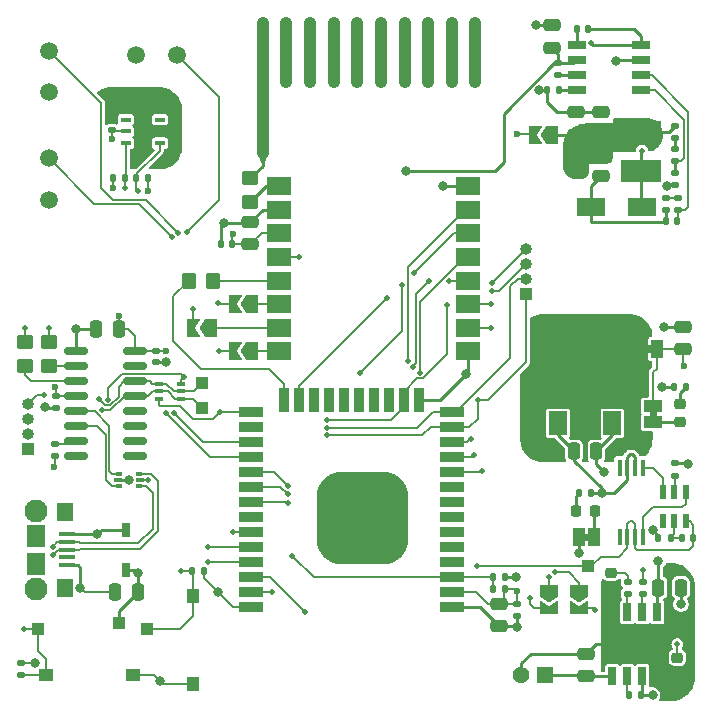
<source format=gbr>
%TF.GenerationSoftware,KiCad,Pcbnew,(6.0.0)*%
%TF.CreationDate,2022-04-27T19:52:18+01:00*%
%TF.ProjectId,flora,666c6f72-612e-46b6-9963-61645f706362,A*%
%TF.SameCoordinates,Original*%
%TF.FileFunction,Copper,L1,Top*%
%TF.FilePolarity,Positive*%
%FSLAX46Y46*%
G04 Gerber Fmt 4.6, Leading zero omitted, Abs format (unit mm)*
G04 Created by KiCad (PCBNEW (6.0.0)) date 2022-04-27 19:52:18*
%MOMM*%
%LPD*%
G01*
G04 APERTURE LIST*
G04 Aperture macros list*
%AMRoundRect*
0 Rectangle with rounded corners*
0 $1 Rounding radius*
0 $2 $3 $4 $5 $6 $7 $8 $9 X,Y pos of 4 corners*
0 Add a 4 corners polygon primitive as box body*
4,1,4,$2,$3,$4,$5,$6,$7,$8,$9,$2,$3,0*
0 Add four circle primitives for the rounded corners*
1,1,$1+$1,$2,$3*
1,1,$1+$1,$4,$5*
1,1,$1+$1,$6,$7*
1,1,$1+$1,$8,$9*
0 Add four rect primitives between the rounded corners*
20,1,$1+$1,$2,$3,$4,$5,0*
20,1,$1+$1,$4,$5,$6,$7,0*
20,1,$1+$1,$6,$7,$8,$9,0*
20,1,$1+$1,$8,$9,$2,$3,0*%
%AMOutline4P*
0 Free polygon, 4 corners , with rotation*
0 The origin of the aperture is its center*
0 number of corners: always 4*
0 $1 to $8 corner X, Y*
0 $9 Rotation angle, in degrees counterclockwise*
0 create outline with 4 corners*
4,1,4,$1,$2,$3,$4,$5,$6,$7,$8,$1,$2,$9*%
%AMFreePoly0*
4,1,6,1.000000,0.000000,0.500000,-0.750000,-0.500000,-0.750000,-0.500000,0.750000,0.500000,0.750000,1.000000,0.000000,1.000000,0.000000,$1*%
%AMFreePoly1*
4,1,6,0.500000,-0.750000,-0.650000,-0.750000,-0.150000,0.000000,-0.650000,0.750000,0.500000,0.750000,0.500000,-0.750000,0.500000,-0.750000,$1*%
G04 Aperture macros list end*
%TA.AperFunction,EtchedComponent*%
%ADD10C,1.000000*%
%TD*%
%TA.AperFunction,SMDPad,CuDef*%
%ADD11RoundRect,0.250000X0.250000X0.475000X-0.250000X0.475000X-0.250000X-0.475000X0.250000X-0.475000X0*%
%TD*%
%TA.AperFunction,SMDPad,CuDef*%
%ADD12RoundRect,0.135000X-0.135000X-0.185000X0.135000X-0.185000X0.135000X0.185000X-0.135000X0.185000X0*%
%TD*%
%TA.AperFunction,SMDPad,CuDef*%
%ADD13RoundRect,0.140000X-0.170000X0.140000X-0.170000X-0.140000X0.170000X-0.140000X0.170000X0.140000X0*%
%TD*%
%TA.AperFunction,SMDPad,CuDef*%
%ADD14R,1.000000X1.000000*%
%TD*%
%TA.AperFunction,SMDPad,CuDef*%
%ADD15RoundRect,0.250000X-0.475000X0.250000X-0.475000X-0.250000X0.475000X-0.250000X0.475000X0.250000X0*%
%TD*%
%TA.AperFunction,SMDPad,CuDef*%
%ADD16R,0.750000X1.200000*%
%TD*%
%TA.AperFunction,SMDPad,CuDef*%
%ADD17R,1.500000X1.000000*%
%TD*%
%TA.AperFunction,SMDPad,CuDef*%
%ADD18R,1.350000X0.400000*%
%TD*%
%TA.AperFunction,ComponentPad*%
%ADD19C,1.950000*%
%TD*%
%TA.AperFunction,SMDPad,CuDef*%
%ADD20R,1.400000X1.600000*%
%TD*%
%TA.AperFunction,SMDPad,CuDef*%
%ADD21R,1.600000X1.900000*%
%TD*%
%TA.AperFunction,SMDPad,CuDef*%
%ADD22RoundRect,0.250000X-0.250000X-0.475000X0.250000X-0.475000X0.250000X0.475000X-0.250000X0.475000X0*%
%TD*%
%TA.AperFunction,SMDPad,CuDef*%
%ADD23R,1.000000X1.500000*%
%TD*%
%TA.AperFunction,SMDPad,CuDef*%
%ADD24RoundRect,0.140000X0.140000X0.170000X-0.140000X0.170000X-0.140000X-0.170000X0.140000X-0.170000X0*%
%TD*%
%TA.AperFunction,SMDPad,CuDef*%
%ADD25R,1.500000X2.000000*%
%TD*%
%TA.AperFunction,SMDPad,CuDef*%
%ADD26R,3.800000X2.000000*%
%TD*%
%TA.AperFunction,SMDPad,CuDef*%
%ADD27RoundRect,0.250000X0.475000X-0.250000X0.475000X0.250000X-0.475000X0.250000X-0.475000X-0.250000X0*%
%TD*%
%TA.AperFunction,SMDPad,CuDef*%
%ADD28RoundRect,0.135000X-0.185000X0.135000X-0.185000X-0.135000X0.185000X-0.135000X0.185000X0.135000X0*%
%TD*%
%TA.AperFunction,SMDPad,CuDef*%
%ADD29RoundRect,0.218750X-0.256250X0.218750X-0.256250X-0.218750X0.256250X-0.218750X0.256250X0.218750X0*%
%TD*%
%TA.AperFunction,SMDPad,CuDef*%
%ADD30RoundRect,0.135000X0.185000X-0.135000X0.185000X0.135000X-0.185000X0.135000X-0.185000X-0.135000X0*%
%TD*%
%TA.AperFunction,SMDPad,CuDef*%
%ADD31R,0.450000X1.475000*%
%TD*%
%TA.AperFunction,ComponentPad*%
%ADD32C,1.500000*%
%TD*%
%TA.AperFunction,SMDPad,CuDef*%
%ADD33RoundRect,0.135000X0.135000X0.185000X-0.135000X0.185000X-0.135000X-0.185000X0.135000X-0.185000X0*%
%TD*%
%TA.AperFunction,SMDPad,CuDef*%
%ADD34R,0.600000X1.200000*%
%TD*%
%TA.AperFunction,SMDPad,CuDef*%
%ADD35R,0.850000X0.450000*%
%TD*%
%TA.AperFunction,SMDPad,CuDef*%
%ADD36R,1.500000X2.400000*%
%TD*%
%TA.AperFunction,SMDPad,CuDef*%
%ADD37RoundRect,0.140000X0.170000X-0.140000X0.170000X0.140000X-0.170000X0.140000X-0.170000X-0.140000X0*%
%TD*%
%TA.AperFunction,SMDPad,CuDef*%
%ADD38R,1.200000X1.000000*%
%TD*%
%TA.AperFunction,SMDPad,CuDef*%
%ADD39R,3.400000X1.900000*%
%TD*%
%TA.AperFunction,ComponentPad*%
%ADD40R,1.425000X1.425000*%
%TD*%
%TA.AperFunction,ComponentPad*%
%ADD41C,1.425000*%
%TD*%
%TA.AperFunction,SMDPad,CuDef*%
%ADD42RoundRect,0.250000X0.450000X-0.350000X0.450000X0.350000X-0.450000X0.350000X-0.450000X-0.350000X0*%
%TD*%
%TA.AperFunction,SMDPad,CuDef*%
%ADD43FreePoly0,180.000000*%
%TD*%
%TA.AperFunction,SMDPad,CuDef*%
%ADD44FreePoly1,180.000000*%
%TD*%
%TA.AperFunction,ComponentPad*%
%ADD45R,1.000000X1.000000*%
%TD*%
%TA.AperFunction,ComponentPad*%
%ADD46O,1.000000X1.000000*%
%TD*%
%TA.AperFunction,SMDPad,CuDef*%
%ADD47RoundRect,0.250000X0.350000X0.450000X-0.350000X0.450000X-0.350000X-0.450000X0.350000X-0.450000X0*%
%TD*%
%TA.AperFunction,ComponentPad*%
%ADD48C,1.000000*%
%TD*%
%TA.AperFunction,SMDPad,CuDef*%
%ADD49Outline4P,-0.350000X-0.400000X0.350000X-0.400000X0.050000X0.400000X-0.050000X0.400000X180.000000*%
%TD*%
%TA.AperFunction,SMDPad,CuDef*%
%ADD50R,0.650000X0.400000*%
%TD*%
%TA.AperFunction,SMDPad,CuDef*%
%ADD51R,2.000000X0.900000*%
%TD*%
%TA.AperFunction,SMDPad,CuDef*%
%ADD52R,0.900000X2.000000*%
%TD*%
%TA.AperFunction,SMDPad,CuDef*%
%ADD53R,1.330000X1.330000*%
%TD*%
%TA.AperFunction,SMDPad,CuDef*%
%ADD54FreePoly0,270.000000*%
%TD*%
%TA.AperFunction,SMDPad,CuDef*%
%ADD55FreePoly1,270.000000*%
%TD*%
%TA.AperFunction,SMDPad,CuDef*%
%ADD56R,2.350000X1.550000*%
%TD*%
%TA.AperFunction,SMDPad,CuDef*%
%ADD57R,1.525000X0.700000*%
%TD*%
%TA.AperFunction,SMDPad,CuDef*%
%ADD58R,0.700000X1.525000*%
%TD*%
%TA.AperFunction,SMDPad,CuDef*%
%ADD59R,3.402000X2.513000*%
%TD*%
%TA.AperFunction,SMDPad,CuDef*%
%ADD60RoundRect,0.218750X-0.218750X-0.256250X0.218750X-0.256250X0.218750X0.256250X-0.218750X0.256250X0*%
%TD*%
%TA.AperFunction,SMDPad,CuDef*%
%ADD61R,1.000000X1.200000*%
%TD*%
%TA.AperFunction,SMDPad,CuDef*%
%ADD62RoundRect,0.150000X-0.825000X-0.150000X0.825000X-0.150000X0.825000X0.150000X-0.825000X0.150000X0*%
%TD*%
%TA.AperFunction,SMDPad,CuDef*%
%ADD63R,0.500000X0.375000*%
%TD*%
%TA.AperFunction,SMDPad,CuDef*%
%ADD64R,0.650000X0.300000*%
%TD*%
%TA.AperFunction,SMDPad,CuDef*%
%ADD65RoundRect,0.140000X-0.140000X-0.170000X0.140000X-0.170000X0.140000X0.170000X-0.140000X0.170000X0*%
%TD*%
%TA.AperFunction,SMDPad,CuDef*%
%ADD66R,2.000000X1.500000*%
%TD*%
%TA.AperFunction,ViaPad*%
%ADD67C,0.500000*%
%TD*%
%TA.AperFunction,ViaPad*%
%ADD68C,0.800000*%
%TD*%
%TA.AperFunction,ViaPad*%
%ADD69C,0.600000*%
%TD*%
%TA.AperFunction,Conductor*%
%ADD70C,0.150000*%
%TD*%
%TA.AperFunction,Conductor*%
%ADD71C,0.250000*%
%TD*%
%TA.AperFunction,Conductor*%
%ADD72C,0.293770*%
%TD*%
%TA.AperFunction,Conductor*%
%ADD73C,0.200000*%
%TD*%
G04 APERTURE END LIST*
%TO.C,JP8*%
G36*
X229600000Y-140612500D02*
G01*
X229000000Y-140612500D01*
X229000000Y-140112500D01*
X229600000Y-140112500D01*
X229600000Y-140612500D01*
G37*
%TO.C,JP9*%
G36*
X223912500Y-151100000D02*
G01*
X223412500Y-151100000D01*
X223412500Y-150500000D01*
X223912500Y-150500000D01*
X223912500Y-151100000D01*
G37*
D10*
%TO.C,AE1*%
X196250000Y-118250000D02*
X196250000Y-107250000D01*
X208250000Y-107250000D02*
X208250000Y-112250000D01*
X202250000Y-107250000D02*
X202250000Y-112250000D01*
X210250000Y-107250000D02*
X210250000Y-112250000D01*
X206250000Y-107250000D02*
X206250000Y-112250000D01*
X204250000Y-107250000D02*
X204250000Y-112250000D01*
X200250000Y-107250000D02*
X200250000Y-112250000D01*
X214250000Y-107250000D02*
X214250000Y-112250000D01*
X198250000Y-107250000D02*
X198250000Y-112250000D01*
X212250000Y-107250000D02*
X212250000Y-112250000D01*
%TO.C,JP7*%
G36*
X229200000Y-135150000D02*
G01*
X228700000Y-135150000D01*
X228700000Y-134550000D01*
X229200000Y-134550000D01*
X229200000Y-135150000D01*
G37*
%TD*%
D11*
%TO.P,C21,1*%
%TO.N,VDD*%
X185650000Y-155450000D03*
%TO.P,C21,2*%
%TO.N,GND*%
X183750000Y-155450000D03*
%TD*%
D12*
%TO.P,R18,1*%
%TO.N,Net-(D6-Pad1)*%
X223052500Y-147050000D03*
%TO.P,R18,2*%
%TO.N,GND*%
X224072500Y-147050000D03*
%TD*%
D13*
%TO.P,C17,1*%
%TO.N,+3V3*%
X217750000Y-156470000D03*
%TO.P,C17,2*%
%TO.N,GND*%
X217750000Y-157430000D03*
%TD*%
D14*
%TO.P,TP7,1,1*%
%TO.N,GPIO0*%
X186450000Y-158550000D03*
%TD*%
D15*
%TO.P,C14,1*%
%TO.N,Net-(C14-Pad1)*%
X224870000Y-118300000D03*
%TO.P,C14,2*%
%TO.N,GND*%
X224870000Y-120200000D03*
%TD*%
D14*
%TO.P,TP6,1,1*%
%TO.N,EN*%
X177250000Y-158550000D03*
%TD*%
D16*
%TO.P,D4,1*%
%TO.N,VDD*%
X184700000Y-153550000D03*
%TO.P,D4,2*%
%TO.N,VBUS*%
X184700000Y-150150000D03*
%TD*%
D17*
%TO.P,JP8,1,A*%
%TO.N,Net-(D5-Pad2)*%
X229300000Y-141012500D03*
%TO.P,JP8,2,B*%
%TO.N,+3V3*%
X229300000Y-139712500D03*
%TD*%
D18*
%TO.P,J4,1,VBUS*%
%TO.N,VBUS*%
X179700000Y-150550000D03*
%TO.P,J4,2,D-*%
%TO.N,D-*%
X179700000Y-151200000D03*
%TO.P,J4,3,D+*%
%TO.N,D+*%
X179700000Y-151850000D03*
%TO.P,J4,4,NC*%
%TO.N,unconnected-(J4-Pad4)*%
X179700000Y-152500000D03*
%TO.P,J4,5,GND*%
%TO.N,GND*%
X179700000Y-153150000D03*
D19*
%TO.P,J4,MH1,MH1*%
%TO.N,unconnected-(J4-PadMH1)*%
X177025000Y-148550000D03*
%TO.P,J4,MH2,MH2*%
%TO.N,unconnected-(J4-PadMH2)*%
X177025000Y-155150000D03*
D20*
%TO.P,J4,MP1,MP1*%
%TO.N,unconnected-(J4-PadMP1)*%
X179475000Y-148650000D03*
D21*
%TO.P,J4,MP2,MP2*%
%TO.N,unconnected-(J4-PadMP2)*%
X177025000Y-150650000D03*
%TO.P,J4,MP3,MP3*%
%TO.N,unconnected-(J4-PadMP3)*%
X177025000Y-153050000D03*
D20*
%TO.P,J4,MP4,MP4*%
%TO.N,unconnected-(J4-PadMP4)*%
X179475000Y-155050000D03*
%TD*%
D22*
%TO.P,C6,1*%
%TO.N,VDD*%
X229750000Y-155050000D03*
%TO.P,C6,2*%
%TO.N,GND*%
X231650000Y-155050000D03*
%TD*%
D23*
%TO.P,JP9,1,A*%
%TO.N,Net-(D6-Pad2)*%
X224312500Y-150800000D03*
%TO.P,JP9,2,B*%
%TO.N,VDD*%
X223012500Y-150800000D03*
%TD*%
D13*
%TO.P,C7,1*%
%TO.N,Net-(C7-Pad1)*%
X230370000Y-122090000D03*
%TO.P,C7,2*%
%TO.N,GND*%
X230370000Y-123050000D03*
%TD*%
D24*
%TO.P,C11,1*%
%TO.N,GND*%
X191250000Y-153650000D03*
%TO.P,C11,2*%
%TO.N,GPIO0*%
X190290000Y-153650000D03*
%TD*%
D25*
%TO.P,U2,1,ADJ*%
%TO.N,GND*%
X221250000Y-141150000D03*
%TO.P,U2,2,VO*%
%TO.N,Net-(JP7-Pad1)*%
X223550000Y-141150000D03*
D26*
X223550000Y-134850000D03*
D25*
%TO.P,U2,3,VI*%
%TO.N,VDD*%
X225850000Y-141150000D03*
%TD*%
D27*
%TO.P,C1,1*%
%TO.N,+3V3*%
X195200000Y-126000000D03*
%TO.P,C1,2*%
%TO.N,GND*%
X195200000Y-124100000D03*
%TD*%
D12*
%TO.P,R20,1*%
%TO.N,+3V3*%
X183540000Y-120350000D03*
%TO.P,R20,2*%
%TO.N,GPIO17*%
X184560000Y-120350000D03*
%TD*%
D28*
%TO.P,R10,1*%
%TO.N,Net-(IC6-Pad5)*%
X231170000Y-119940000D03*
%TO.P,R10,2*%
%TO.N,GND*%
X231170000Y-120960000D03*
%TD*%
%TO.P,R13,1*%
%TO.N,Net-(R13-Pad1)*%
X178650000Y-142850000D03*
%TO.P,R13,2*%
%TO.N,+3V3*%
X178650000Y-143870000D03*
%TD*%
D13*
%TO.P,C23,1*%
%TO.N,+3V3*%
X178730000Y-138850000D03*
%TO.P,C23,2*%
%TO.N,GND*%
X178730000Y-139810000D03*
%TD*%
D29*
%TO.P,D5,1,K*%
%TO.N,Net-(D5-Pad1)*%
X231550000Y-139475000D03*
%TO.P,D5,2,A*%
%TO.N,Net-(D5-Pad2)*%
X231550000Y-141050000D03*
%TD*%
D28*
%TO.P,R12,1*%
%TO.N,Net-(R12-Pad1)*%
X231170000Y-117950000D03*
%TO.P,R12,2*%
%TO.N,Net-(IC6-Pad5)*%
X231170000Y-118970000D03*
%TD*%
D13*
%TO.P,C22,1*%
%TO.N,+3V3*%
X187250000Y-135010000D03*
%TO.P,C22,2*%
%TO.N,GND*%
X187250000Y-135970000D03*
%TD*%
D30*
%TO.P,R6,1*%
%TO.N,Net-(C5-Pad1)*%
X231370000Y-123070000D03*
%TO.P,R6,2*%
%TO.N,Net-(C7-Pad1)*%
X231370000Y-122050000D03*
%TD*%
D14*
%TO.P,TP1,1,1*%
%TO.N,VDD*%
X184050000Y-158050000D03*
%TD*%
D24*
%TO.P,C5,1*%
%TO.N,Net-(C5-Pad1)*%
X231330000Y-124050000D03*
%TO.P,C5,2*%
%TO.N,GND*%
X230370000Y-124050000D03*
%TD*%
D30*
%TO.P,R4,1*%
%TO.N,Net-(IC3-Pad6)*%
X228450000Y-155560000D03*
%TO.P,R4,2*%
%TO.N,Net-(D2-Pad1)*%
X228450000Y-154540000D03*
%TD*%
D31*
%TO.P,IC4,1,D12_1*%
%TO.N,unconnected-(IC4-Pad1)*%
X226475000Y-150788000D03*
%TO.P,IC4,2,S1_1*%
%TO.N,Net-(BT1-Pad2)*%
X227125000Y-150788000D03*
%TO.P,IC4,3,S1_2*%
X227775000Y-150788000D03*
%TO.P,IC4,4,G1*%
%TO.N,Net-(IC4-Pad4)*%
X228425000Y-150788000D03*
%TO.P,IC4,5,G2*%
%TO.N,Net-(IC4-Pad5)*%
X228425000Y-144912000D03*
%TO.P,IC4,6,S2_1*%
%TO.N,GND*%
X227775000Y-144912000D03*
%TO.P,IC4,7,S2_2*%
X227125000Y-144912000D03*
%TO.P,IC4,8,D12_2*%
%TO.N,unconnected-(IC4-Pad8)*%
X226475000Y-144912000D03*
%TD*%
D24*
%TO.P,C2,1*%
%TO.N,+3V3*%
X193660000Y-126000000D03*
%TO.P,C2,2*%
%TO.N,GND*%
X192700000Y-126000000D03*
%TD*%
D32*
%TO.P,J3,1,1*%
%TO.N,GPIO13*%
X189000000Y-109950000D03*
%TO.P,J3,2,2*%
%TO.N,GND*%
X185500000Y-109950000D03*
%TD*%
D27*
%TO.P,C15,1*%
%TO.N,+3V3*%
X231850000Y-134850000D03*
%TO.P,C15,2*%
%TO.N,GND*%
X231850000Y-132950000D03*
%TD*%
D33*
%TO.P,R8,1*%
%TO.N,Net-(C9-Pad1)*%
X230770000Y-150850000D03*
%TO.P,R8,2*%
%TO.N,VDD*%
X229750000Y-150850000D03*
%TD*%
D34*
%TO.P,IC5,1,OD*%
%TO.N,Net-(IC4-Pad4)*%
X232050000Y-146950000D03*
%TO.P,IC5,2,CS*%
%TO.N,Net-(IC5-Pad2)*%
X231100000Y-146950000D03*
%TO.P,IC5,3,OC*%
%TO.N,Net-(IC4-Pad5)*%
X230150000Y-146950000D03*
%TO.P,IC5,4,TD*%
%TO.N,unconnected-(IC5-Pad4)*%
X230150000Y-149450000D03*
%TO.P,IC5,5,VCC*%
%TO.N,Net-(C9-Pad1)*%
X231100000Y-149450000D03*
%TO.P,IC5,6,GND*%
%TO.N,Net-(BT1-Pad2)*%
X232050000Y-149450000D03*
%TD*%
D14*
%TO.P,TP4,1,1*%
%TO.N,/Microcontroller/DTR*%
X191100000Y-139820000D03*
%TD*%
D35*
%TO.P,IC2,1,SDA*%
%TO.N,GPIO16*%
X187545000Y-117420000D03*
%TO.P,IC2,2,VSS*%
%TO.N,GND*%
X187545000Y-116420000D03*
%TO.P,IC2,3,NC_1*%
%TO.N,unconnected-(IC2-Pad3)*%
X187545000Y-115420000D03*
%TO.P,IC2,4,NC_2*%
%TO.N,unconnected-(IC2-Pad4)*%
X184645000Y-115420000D03*
%TO.P,IC2,5,VDD*%
%TO.N,+3V3*%
X184645000Y-116420000D03*
%TO.P,IC2,6,SCL*%
%TO.N,GPIO17*%
X184645000Y-117420000D03*
D36*
%TO.P,IC2,7,EP*%
%TO.N,GND*%
X186095000Y-116420000D03*
%TD*%
D27*
%TO.P,C20,1*%
%TO.N,Net-(C14-Pad1)*%
X222770000Y-116700000D03*
%TO.P,C20,2*%
%TO.N,GND*%
X222770000Y-114800000D03*
%TD*%
D37*
%TO.P,C25,1*%
%TO.N,+3V3*%
X183450000Y-116330000D03*
%TO.P,C25,2*%
%TO.N,GND*%
X183450000Y-115370000D03*
%TD*%
D38*
%TO.P,S1,1,1*%
%TO.N,GND*%
X185300000Y-162450000D03*
%TO.P,S1,2,2*%
%TO.N,EN*%
X177900000Y-162450000D03*
%TD*%
D39*
%TO.P,L1,1*%
%TO.N,Net-(C10-Pad2)*%
X228270000Y-119750000D03*
%TO.P,L1,2*%
%TO.N,Net-(C14-Pad1)*%
X228270000Y-116450000D03*
%TD*%
D40*
%TO.P,J5,1,1*%
%TO.N,GND*%
X220150000Y-162450000D03*
D41*
%TO.P,J5,2,2*%
%TO.N,+VSW*%
X218150000Y-162450000D03*
%TD*%
D15*
%TO.P,C3,1*%
%TO.N,+VSW*%
X223650000Y-160650000D03*
%TO.P,C3,2*%
%TO.N,GND*%
X223650000Y-162550000D03*
%TD*%
D11*
%TO.P,C13,1*%
%TO.N,VDD*%
X224500000Y-143500000D03*
%TO.P,C13,2*%
%TO.N,GND*%
X222600000Y-143500000D03*
%TD*%
D27*
%TO.P,C19,1*%
%TO.N,Net-(C14-Pad1)*%
X224870000Y-116700000D03*
%TO.P,C19,2*%
%TO.N,GND*%
X224870000Y-114800000D03*
%TD*%
D42*
%TO.P,R15,1*%
%TO.N,Net-(R15-Pad1)*%
X176150000Y-136270000D03*
%TO.P,R15,2*%
%TO.N,/Microcontroller/U0TXD*%
X176150000Y-134270000D03*
%TD*%
D24*
%TO.P,C8,1*%
%TO.N,Net-(C8-Pad1)*%
X221310000Y-112950000D03*
%TO.P,C8,2*%
%TO.N,GND*%
X220350000Y-112950000D03*
%TD*%
D43*
%TO.P,JP2,1,A*%
%TO.N,Net-(JP2-Pad1)*%
X191825000Y-133050000D03*
D44*
%TO.P,JP2,2,B*%
%TO.N,GPIO26*%
X190375000Y-133050000D03*
%TD*%
D15*
%TO.P,C16,1*%
%TO.N,+3V3*%
X216250000Y-156430000D03*
%TO.P,C16,2*%
%TO.N,GND*%
X216250000Y-158330000D03*
%TD*%
D45*
%TO.P,J8,1,Pin_1*%
%TO.N,GPIO14*%
X218550000Y-130150000D03*
D46*
%TO.P,J8,2,Pin_2*%
%TO.N,GPIO12*%
X218550000Y-128880000D03*
%TO.P,J8,3,Pin_3*%
%TO.N,GPIO13*%
X218550000Y-127610000D03*
%TO.P,J8,4,Pin_4*%
%TO.N,GPIO15*%
X218550000Y-126340000D03*
%TD*%
D47*
%TO.P,R2,1*%
%TO.N,Net-(R2-Pad1)*%
X192000000Y-129050000D03*
%TO.P,R2,2*%
%TO.N,GPIO2*%
X190000000Y-129050000D03*
%TD*%
D33*
%TO.P,R16,1*%
%TO.N,+3V3*%
X216760000Y-155130000D03*
%TO.P,R16,2*%
%TO.N,EN*%
X215740000Y-155130000D03*
%TD*%
D14*
%TO.P,TP2,1,1*%
%TO.N,Net-(BT1-Pad2)*%
X223750000Y-153250000D03*
%TD*%
D45*
%TO.P,J6,1,Pin_1*%
%TO.N,/Microcontroller/DTR*%
X176350000Y-143350000D03*
D46*
%TO.P,J6,2,Pin_2*%
%TO.N,/Microcontroller/U0TXD*%
X176350000Y-142080000D03*
%TO.P,J6,3,Pin_3*%
%TO.N,/Microcontroller/U0RXD*%
X176350000Y-140810000D03*
%TO.P,J6,4,Pin_4*%
%TO.N,/Microcontroller/RTS*%
X176350000Y-139540000D03*
%TD*%
D33*
%TO.P,R19,1*%
%TO.N,+3V3*%
X186560000Y-120350000D03*
%TO.P,R19,2*%
%TO.N,GPIO16*%
X185540000Y-120350000D03*
%TD*%
D48*
%TO.P,AE1,*%
%TO.N,*%
X208250000Y-112250000D03*
X214250000Y-107250000D03*
X208250000Y-107250000D03*
X204250000Y-112250000D03*
X196250000Y-107250000D03*
X204250000Y-107250000D03*
X206250000Y-107250000D03*
X198250000Y-107250000D03*
X200250000Y-107250000D03*
X210250000Y-112250000D03*
X202250000Y-112250000D03*
X206250000Y-112250000D03*
X202250000Y-107250000D03*
X212250000Y-107250000D03*
X210250000Y-107250000D03*
X200250000Y-112250000D03*
X198250000Y-112250000D03*
X212250000Y-112250000D03*
X214250000Y-112250000D03*
D49*
%TO.P,AE1,1,A*%
%TO.N,Net-(AE1-Pad1)*%
X196250000Y-118950000D03*
%TD*%
D32*
%TO.P,J1,1,1*%
%TO.N,GPIO14*%
X178150000Y-118700000D03*
%TO.P,J1,2,2*%
%TO.N,GND*%
X178150000Y-122200000D03*
%TD*%
D28*
%TO.P,R7,1*%
%TO.N,GND*%
X231150000Y-144540000D03*
%TO.P,R7,2*%
%TO.N,Net-(IC5-Pad2)*%
X231150000Y-145560000D03*
%TD*%
D50*
%TO.P,Q1,1,E2*%
%TO.N,/Microcontroller/RTS*%
X187450000Y-137770000D03*
%TO.P,Q1,2,B2*%
%TO.N,/Microcontroller/DTR*%
X187450000Y-138420000D03*
%TO.P,Q1,3,C1*%
%TO.N,GPIO0*%
X187450000Y-139070000D03*
%TO.P,Q1,4,E1*%
%TO.N,/Microcontroller/DTR*%
X189350000Y-139070000D03*
%TO.P,Q1,5,B1*%
%TO.N,/Microcontroller/RTS*%
X189350000Y-138420000D03*
%TO.P,Q1,6,C2*%
%TO.N,EN*%
X189350000Y-137770000D03*
%TD*%
D29*
%TO.P,D2,1,K*%
%TO.N,Net-(D2-Pad1)*%
X231350000Y-160975000D03*
%TO.P,D2,2,A*%
%TO.N,+VSW*%
X231350000Y-162550000D03*
%TD*%
D27*
%TO.P,C18,1*%
%TO.N,VDD*%
X220750000Y-109350000D03*
%TO.P,C18,2*%
%TO.N,GND*%
X220750000Y-107450000D03*
%TD*%
D51*
%TO.P,IC1,1,GND_1*%
%TO.N,GND*%
X212250000Y-156690000D03*
%TO.P,IC1,2,3V3*%
%TO.N,+3V3*%
X212250000Y-155420000D03*
%TO.P,IC1,3,EN*%
%TO.N,EN*%
X212250000Y-154150000D03*
%TO.P,IC1,4,SENSOR_VP*%
%TO.N,SENSOR_VP*%
X212250000Y-152880000D03*
%TO.P,IC1,5,SENSOR_VN*%
%TO.N,SENSOR_VN*%
X212250000Y-151610000D03*
%TO.P,IC1,6,IO34*%
%TO.N,GPIO34*%
X212250000Y-150340000D03*
%TO.P,IC1,7,IO35*%
%TO.N,GPIO35*%
X212250000Y-149070000D03*
%TO.P,IC1,8,IO32*%
%TO.N,GPIO32*%
X212250000Y-147800000D03*
%TO.P,IC1,9,IO33*%
%TO.N,GPIO33*%
X212250000Y-146530000D03*
%TO.P,IC1,10,IO25*%
%TO.N,GPIO25*%
X212250000Y-145260000D03*
%TO.P,IC1,11,IO26*%
%TO.N,GPIO26*%
X212250000Y-143990000D03*
%TO.P,IC1,12,IO27*%
%TO.N,GPIO27*%
X212250000Y-142720000D03*
%TO.P,IC1,13,IO14*%
%TO.N,GPIO14*%
X212250000Y-141450000D03*
%TO.P,IC1,14,IO12*%
%TO.N,GPIO12*%
X212250000Y-140180000D03*
D52*
%TO.P,IC1,15,GND_2*%
%TO.N,GND*%
X209465000Y-139180000D03*
%TO.P,IC1,16,IO13*%
%TO.N,GPIO13*%
X208195000Y-139180000D03*
%TO.P,IC1,17,SD2*%
%TO.N,SD2*%
X206925000Y-139180000D03*
%TO.P,IC1,18,SD3*%
%TO.N,SD3*%
X205655000Y-139180000D03*
%TO.P,IC1,19,CMD*%
%TO.N,CMD*%
X204385000Y-139180000D03*
%TO.P,IC1,20,CLK*%
%TO.N,CLK*%
X203115000Y-139180000D03*
%TO.P,IC1,21,SD0*%
%TO.N,SDO*%
X201845000Y-139180000D03*
%TO.P,IC1,22,SD1*%
%TO.N,SD1*%
X200575000Y-139180000D03*
%TO.P,IC1,23,IO15*%
%TO.N,GPIO15*%
X199305000Y-139180000D03*
%TO.P,IC1,24,IO2*%
%TO.N,GPIO2*%
X198035000Y-139180000D03*
D51*
%TO.P,IC1,25,IO0*%
%TO.N,GPIO0*%
X195250000Y-140180000D03*
%TO.P,IC1,26,IO4*%
%TO.N,GPIO4*%
X195250000Y-141450000D03*
%TO.P,IC1,27,IO16*%
%TO.N,GPIO16*%
X195250000Y-142720000D03*
%TO.P,IC1,28,IO17*%
%TO.N,GPIO17*%
X195250000Y-143990000D03*
%TO.P,IC1,29,IO5*%
%TO.N,GPIO5*%
X195250000Y-145260000D03*
%TO.P,IC1,30,IO18*%
%TO.N,GPIO18*%
X195250000Y-146530000D03*
%TO.P,IC1,31,IO19*%
%TO.N,GPIO19*%
X195250000Y-147800000D03*
%TO.P,IC1,32,NC*%
%TO.N,unconnected-(IC1-Pad32)*%
X195250000Y-149070000D03*
%TO.P,IC1,33,IO21*%
%TO.N,GPIO21*%
X195250000Y-150340000D03*
%TO.P,IC1,34,RXD0*%
%TO.N,/Microcontroller/U0RXD*%
X195250000Y-151610000D03*
%TO.P,IC1,35,TXD0*%
%TO.N,/Microcontroller/U0TXD*%
X195250000Y-152880000D03*
%TO.P,IC1,36,IO22*%
%TO.N,GPIO22*%
X195250000Y-154150000D03*
%TO.P,IC1,37,IO23*%
%TO.N,GPIO23*%
X195250000Y-155420000D03*
%TO.P,IC1,38,GND_3*%
%TO.N,GND*%
X195250000Y-156690000D03*
D53*
%TO.P,IC1,39,GND_4*%
X206585000Y-151025000D03*
%TO.P,IC1,40,GND_5*%
X204750000Y-151025000D03*
%TO.P,IC1,41,GND_6*%
X202915000Y-151025000D03*
%TO.P,IC1,42,GND_7*%
X206585000Y-149190000D03*
%TO.P,IC1,43,GND_8*%
X204750000Y-149190000D03*
%TO.P,IC1,44,GND_9*%
X202915000Y-149190000D03*
%TO.P,IC1,45,GND_10*%
X206585000Y-147355000D03*
%TO.P,IC1,46,GND_11*%
X204750000Y-147355000D03*
%TO.P,IC1,47,GND_12*%
X202915000Y-147355000D03*
%TD*%
D54*
%TO.P,JP5,1,A*%
%TO.N,Net-(JP5-Pad1)*%
X223050000Y-155325000D03*
D55*
%TO.P,JP5,2,B*%
%TO.N,GPIO22*%
X223050000Y-156775000D03*
%TD*%
D56*
%TO.P,D3,1*%
%TO.N,Net-(C10-Pad2)*%
X228320000Y-122850000D03*
%TO.P,D3,2*%
%TO.N,GND*%
X224020000Y-122850000D03*
%TD*%
D33*
%TO.P,R17,1*%
%TO.N,Net-(D5-Pad1)*%
X232060000Y-138062500D03*
%TO.P,R17,2*%
%TO.N,GND*%
X231040000Y-138062500D03*
%TD*%
D54*
%TO.P,JP4,1,A*%
%TO.N,Net-(JP4-Pad1)*%
X220450000Y-155325000D03*
D55*
%TO.P,JP4,2,B*%
%TO.N,GPIO21*%
X220450000Y-156775000D03*
%TD*%
D11*
%TO.P,C24,1*%
%TO.N,+3V3*%
X184050000Y-133170000D03*
%TO.P,C24,2*%
%TO.N,GND*%
X182150000Y-133170000D03*
%TD*%
D42*
%TO.P,R1,1*%
%TO.N,Net-(R1-Pad1)*%
X195200000Y-122400000D03*
%TO.P,R1,2*%
%TO.N,Net-(AE1-Pad1)*%
X195200000Y-120400000D03*
%TD*%
D28*
%TO.P,R9,1*%
%TO.N,Net-(C14-Pad1)*%
X231170000Y-115940000D03*
%TO.P,R9,2*%
%TO.N,Net-(R12-Pad1)*%
X231170000Y-116960000D03*
%TD*%
D57*
%TO.P,IC6,1,BOOT*%
%TO.N,Net-(C10-Pad1)*%
X222838000Y-109145000D03*
%TO.P,IC6,2,VIN*%
%TO.N,VDD*%
X222838000Y-110415000D03*
%TO.P,IC6,3,EN*%
%TO.N,Net-(IC6-Pad3)*%
X222838000Y-111685000D03*
%TO.P,IC6,4,SS*%
%TO.N,Net-(C8-Pad1)*%
X222838000Y-112955000D03*
%TO.P,IC6,5,VSENSE*%
%TO.N,Net-(IC6-Pad5)*%
X228262000Y-112955000D03*
%TO.P,IC6,6,COMP*%
%TO.N,Net-(C5-Pad1)*%
X228262000Y-111685000D03*
%TO.P,IC6,7,GND*%
%TO.N,GND*%
X228262000Y-110415000D03*
%TO.P,IC6,8,PH*%
%TO.N,Net-(C10-Pad2)*%
X228262000Y-109145000D03*
%TD*%
D58*
%TO.P,IC3,1,TEMP*%
%TO.N,GND*%
X225845000Y-162562000D03*
%TO.P,IC3,2,PROG*%
%TO.N,Net-(IC3-Pad2)*%
X227115000Y-162562000D03*
%TO.P,IC3,3,GND*%
%TO.N,GND*%
X228385000Y-162562000D03*
%TO.P,IC3,4,VCC*%
%TO.N,+VSW*%
X229655000Y-162562000D03*
%TO.P,IC3,5,BAT*%
%TO.N,VDD*%
X229655000Y-157138000D03*
%TO.P,IC3,6,~{STDBY}*%
%TO.N,Net-(IC3-Pad6)*%
X228385000Y-157138000D03*
%TO.P,IC3,7,~{CHRG}*%
%TO.N,Net-(IC3-Pad7)*%
X227115000Y-157138000D03*
%TO.P,IC3,8,CE*%
%TO.N,+VSW*%
X225845000Y-157138000D03*
D59*
%TO.P,IC3,9,EAD*%
X227750000Y-159850000D03*
%TD*%
D43*
%TO.P,JP6,1,A*%
%TO.N,Net-(C14-Pad1)*%
X220775000Y-116700000D03*
D44*
%TO.P,JP6,2,B*%
%TO.N,+3V3*%
X219325000Y-116700000D03*
%TD*%
D28*
%TO.P,R11,1*%
%TO.N,VDD*%
X221250000Y-110630000D03*
%TO.P,R11,2*%
%TO.N,Net-(IC6-Pad3)*%
X221250000Y-111650000D03*
%TD*%
D42*
%TO.P,R14,1*%
%TO.N,Net-(R14-Pad1)*%
X178150000Y-136270000D03*
%TO.P,R14,2*%
%TO.N,/Microcontroller/U0RXD*%
X178150000Y-134270000D03*
%TD*%
D23*
%TO.P,JP7,1,A*%
%TO.N,Net-(JP7-Pad1)*%
X228300000Y-134850000D03*
%TO.P,JP7,2,B*%
%TO.N,+3V3*%
X229600000Y-134850000D03*
%TD*%
D30*
%TO.P,R3,1*%
%TO.N,Net-(IC3-Pad7)*%
X227150000Y-155560000D03*
%TO.P,R3,2*%
%TO.N,Net-(D1-Pad1)*%
X227150000Y-154540000D03*
%TD*%
D60*
%TO.P,D6,1,K*%
%TO.N,Net-(D6-Pad1)*%
X222775000Y-148550000D03*
%TO.P,D6,2,A*%
%TO.N,Net-(D6-Pad2)*%
X224350000Y-148550000D03*
%TD*%
D61*
%TO.P,S2,1,1*%
%TO.N,GND*%
X190350000Y-163200000D03*
%TO.P,S2,2,2*%
%TO.N,GPIO0*%
X190350000Y-155800000D03*
%TD*%
D14*
%TO.P,TP5,1,1*%
%TO.N,/Microcontroller/RTS*%
X191100000Y-137720000D03*
%TD*%
D32*
%TO.P,J2,1,1*%
%TO.N,GPIO12*%
X178150000Y-109600000D03*
%TO.P,J2,2,2*%
%TO.N,GND*%
X178150000Y-113100000D03*
%TD*%
D43*
%TO.P,JP3,1,A*%
%TO.N,Net-(JP3-Pad1)*%
X195325000Y-135050000D03*
D44*
%TO.P,JP3,2,B*%
%TO.N,GPIO27*%
X193875000Y-135050000D03*
%TD*%
D13*
%TO.P,C4,1*%
%TO.N,GND*%
X175750000Y-161470000D03*
%TO.P,C4,2*%
%TO.N,EN*%
X175750000Y-162430000D03*
%TD*%
D62*
%TO.P,U4,1,GND*%
%TO.N,GND*%
X180475000Y-135025000D03*
%TO.P,U4,2,TXD*%
%TO.N,Net-(R14-Pad1)*%
X180475000Y-136295000D03*
%TO.P,U4,3,RXD*%
%TO.N,Net-(R15-Pad1)*%
X180475000Y-137565000D03*
%TO.P,U4,4,V3*%
%TO.N,+3V3*%
X180475000Y-138835000D03*
%TO.P,U4,5,UD+*%
%TO.N,/Connector/USBDP*%
X180475000Y-140105000D03*
%TO.P,U4,6,UD-*%
%TO.N,/Connector/USBDM*%
X180475000Y-141375000D03*
%TO.P,U4,7,~{RST}*%
%TO.N,Net-(R13-Pad1)*%
X180475000Y-142645000D03*
%TO.P,U4,8,NC*%
%TO.N,unconnected-(U4-Pad8)*%
X180475000Y-143915000D03*
%TO.P,U4,9,~{CTS}*%
%TO.N,unconnected-(U4-Pad9)*%
X185425000Y-143915000D03*
%TO.P,U4,10,~{DSR}*%
%TO.N,unconnected-(U4-Pad10)*%
X185425000Y-142645000D03*
%TO.P,U4,11,~{RI}*%
%TO.N,unconnected-(U4-Pad11)*%
X185425000Y-141375000D03*
%TO.P,U4,12,~{DCD}*%
%TO.N,unconnected-(U4-Pad12)*%
X185425000Y-140105000D03*
%TO.P,U4,13,~{DTR}*%
%TO.N,/Microcontroller/DTR*%
X185425000Y-138835000D03*
%TO.P,U4,14,~{RTS}*%
%TO.N,/Microcontroller/RTS*%
X185425000Y-137565000D03*
%TO.P,U4,15,R232*%
%TO.N,unconnected-(U4-Pad15)*%
X185425000Y-136295000D03*
%TO.P,U4,16,VCC*%
%TO.N,+3V3*%
X185425000Y-135025000D03*
%TD*%
D29*
%TO.P,D1,1,K*%
%TO.N,Net-(D1-Pad1)*%
X225750000Y-153775000D03*
%TO.P,D1,2,A*%
%TO.N,+VSW*%
X225750000Y-155350000D03*
%TD*%
D33*
%TO.P,R5,1*%
%TO.N,GND*%
X228270000Y-164150000D03*
%TO.P,R5,2*%
%TO.N,Net-(IC3-Pad2)*%
X227250000Y-164150000D03*
%TD*%
D63*
%TO.P,U3,1,I/O1*%
%TO.N,D-*%
X185800000Y-146487500D03*
D64*
%TO.P,U3,2,GND*%
%TO.N,GND*%
X185875000Y-145950000D03*
D63*
%TO.P,U3,3,I/O2*%
%TO.N,D+*%
X185800000Y-145412500D03*
%TO.P,U3,4,I/O2*%
%TO.N,/Connector/USBDP*%
X184100000Y-145412500D03*
D64*
%TO.P,U3,5,VBUS*%
%TO.N,VBUS*%
X184025000Y-145950000D03*
D63*
%TO.P,U3,6,I/O1*%
%TO.N,/Connector/USBDM*%
X184100000Y-146487500D03*
%TD*%
D65*
%TO.P,C12,1*%
%TO.N,EN*%
X215770000Y-154130000D03*
%TO.P,C12,2*%
%TO.N,GND*%
X216730000Y-154130000D03*
%TD*%
%TO.P,C9,1*%
%TO.N,Net-(C9-Pad1)*%
X231750000Y-150850000D03*
%TO.P,C9,2*%
%TO.N,Net-(BT1-Pad2)*%
X232710000Y-150850000D03*
%TD*%
D66*
%TO.P,U1,1,ANT*%
%TO.N,Net-(R1-Pad1)*%
X197600000Y-121050000D03*
%TO.P,U1,2,GND*%
%TO.N,GND*%
X197600000Y-123050000D03*
%TO.P,U1,3,VDD*%
%TO.N,+3V3*%
X197600000Y-125050000D03*
%TO.P,U1,4,~{RESET}*%
%TO.N,GPIO14*%
X197600000Y-127050000D03*
%TO.P,U1,5,DIO0*%
%TO.N,Net-(R2-Pad1)*%
X197600000Y-129050000D03*
%TO.P,U1,6,DIO1*%
%TO.N,Net-(JP1-Pad1)*%
X197600000Y-131050000D03*
%TO.P,U1,7,DIO2*%
%TO.N,Net-(JP2-Pad1)*%
X197600000Y-133050000D03*
%TO.P,U1,8,DIO3*%
%TO.N,Net-(JP3-Pad1)*%
X197600000Y-135050000D03*
%TO.P,U1,9,GND*%
%TO.N,GND*%
X213600000Y-135050000D03*
%TO.P,U1,10,DIO4*%
%TO.N,Net-(JP4-Pad1)*%
X213600000Y-133050000D03*
%TO.P,U1,11,DIO5*%
%TO.N,Net-(JP5-Pad1)*%
X213600000Y-131050000D03*
%TO.P,U1,12,SCK*%
%TO.N,GPIO18*%
X213600000Y-129050000D03*
%TO.P,U1,13,MISO*%
%TO.N,GPIO19*%
X213600000Y-127050000D03*
%TO.P,U1,14,MOSI*%
%TO.N,GPIO23*%
X213600000Y-125050000D03*
%TO.P,U1,15,~{NSS}*%
%TO.N,GPIO5*%
X213600000Y-123050000D03*
%TO.P,U1,16,GND*%
%TO.N,GND*%
X213600000Y-121050000D03*
%TD*%
D43*
%TO.P,JP1,1,A*%
%TO.N,Net-(JP1-Pad1)*%
X195325000Y-131050000D03*
D44*
%TO.P,JP1,2,B*%
%TO.N,GPIO25*%
X193875000Y-131050000D03*
%TD*%
D65*
%TO.P,C10,1*%
%TO.N,Net-(C10-Pad1)*%
X222850000Y-107750000D03*
%TO.P,C10,2*%
%TO.N,Net-(C10-Pad2)*%
X223810000Y-107750000D03*
%TD*%
D67*
%TO.N,EN*%
X198735523Y-152335523D03*
X183152684Y-139147316D03*
X176050000Y-158550000D03*
X189600000Y-137220000D03*
%TO.N,Net-(C10-Pad2)*%
X228350000Y-118050000D03*
X224050000Y-108950000D03*
%TO.N,GPIO0*%
X192620000Y-140180000D03*
X189350000Y-153650000D03*
D68*
%TO.N,VBUS*%
X184950000Y-145950000D03*
X182200000Y-150550000D03*
D67*
%TO.N,GPIO25*%
X214850000Y-145150000D03*
X192450000Y-130950000D03*
%TO.N,GPIO26*%
X190350000Y-131450000D03*
X214150000Y-143850000D03*
%TO.N,GPIO27*%
X192550000Y-135050000D03*
X213850000Y-142450000D03*
%TO.N,GPIO14*%
X199350000Y-127050000D03*
X214450000Y-139150000D03*
X201650000Y-142149006D03*
X188550000Y-125350000D03*
%TO.N,GPIO12*%
X189106944Y-125015834D03*
X201650000Y-141499503D03*
%TO.N,GPIO13*%
X211850000Y-131150000D03*
X215650000Y-129950000D03*
X189850000Y-124950000D03*
X201650000Y-140850000D03*
%TO.N,GPIO15*%
X215650000Y-129250000D03*
X206750000Y-130550000D03*
%TO.N,GPIO16*%
X185650000Y-121450000D03*
X188750000Y-140250000D03*
%TO.N,GPIO17*%
X188050000Y-140250000D03*
X184550000Y-121250000D03*
%TO.N,GPIO5*%
X198350000Y-146450000D03*
X208550000Y-135850000D03*
%TO.N,GPIO18*%
X208939702Y-136369602D03*
X198350000Y-147150000D03*
X212050000Y-129050000D03*
X210350000Y-129050000D03*
%TO.N,GPIO21*%
X193724500Y-150350000D03*
X218850000Y-155950000D03*
%TO.N,/Microcontroller/U0RXD*%
X178150000Y-133050000D03*
X191650000Y-151650000D03*
%TO.N,/Microcontroller/U0TXD*%
X191650000Y-152850000D03*
X176150000Y-133050000D03*
%TO.N,GPIO22*%
X199850000Y-157099011D03*
X224400000Y-156950000D03*
%TO.N,D-*%
X178471551Y-151572048D03*
%TO.N,D+*%
X178500000Y-152250000D03*
D68*
%TO.N,VDD*%
X208350000Y-119750000D03*
X229750000Y-152824500D03*
X223050000Y-152150000D03*
X229250000Y-150150000D03*
X185650000Y-153850000D03*
X225150000Y-145250000D03*
D69*
%TO.N,+3V3*%
X231950000Y-136250000D03*
X183450000Y-117050000D03*
X178650000Y-138089500D03*
X193700000Y-125100000D03*
X188050000Y-134990000D03*
X186550000Y-121450000D03*
X183550000Y-121250000D03*
X217750000Y-116650000D03*
X184050000Y-132019502D03*
X217750000Y-155350000D03*
X178550000Y-144850000D03*
D67*
%TO.N,Net-(BT1-Pad2)*%
X214350000Y-153250000D03*
%TO.N,Net-(JP5-Pad1)*%
X215550000Y-131050000D03*
X220961323Y-153749500D03*
%TO.N,Net-(D2-Pad1)*%
X231350000Y-159850000D03*
X228450000Y-153550000D03*
%TO.N,Net-(JP4-Pad1)*%
X220450000Y-154150000D03*
X215550000Y-133050000D03*
%TO.N,Net-(JP7-Pad1)*%
X223550000Y-137850000D03*
%TO.N,/Microcontroller/RTS*%
X182385523Y-139114477D03*
X177750000Y-138750000D03*
%TO.N,/Microcontroller/DTR*%
X182678184Y-140050000D03*
D68*
%TO.N,GND*%
X193000000Y-124200000D03*
X183450000Y-114650000D03*
X230250000Y-132950000D03*
X226150000Y-110450000D03*
X232250000Y-144550000D03*
X187550000Y-162950000D03*
X230050000Y-138062500D03*
X180450000Y-133150000D03*
X180800000Y-155050000D03*
X207950000Y-150950000D03*
X192450000Y-155450000D03*
X219350000Y-107450000D03*
X217650000Y-154150000D03*
X208050000Y-149150000D03*
X201550000Y-150950000D03*
X177850000Y-139750000D03*
X231650000Y-156450000D03*
X217750000Y-158350000D03*
X213450000Y-136950000D03*
X206698423Y-152550000D03*
X219650000Y-112950000D03*
X208050000Y-147350000D03*
X204850000Y-146050000D03*
X188050000Y-135950000D03*
X201550000Y-149250000D03*
X230440539Y-121071478D03*
X176950000Y-161450000D03*
X211550000Y-121050000D03*
X224950000Y-147050000D03*
X206550000Y-146050000D03*
X229250000Y-164150000D03*
D67*
X186550000Y-145950000D03*
%TO.N,GPIO19*%
X209550000Y-136850000D03*
X198350000Y-147850000D03*
%TO.N,GPIO23*%
X197050000Y-155400011D03*
X204514477Y-136914477D03*
X209050000Y-128450000D03*
X208075500Y-129450000D03*
%TD*%
D70*
%TO.N,EN*%
X189350000Y-137470000D02*
X189600000Y-137220000D01*
X183152684Y-138147316D02*
X184350000Y-136950000D01*
X200550000Y-154150000D02*
X198735523Y-152335523D01*
X189350000Y-137770000D02*
X189350000Y-137470000D01*
X183152684Y-139147316D02*
X183152684Y-138147316D01*
X177250000Y-158550000D02*
X176050000Y-158550000D01*
X184350000Y-136950000D02*
X189330000Y-136950000D01*
X200550000Y-154150000D02*
X212250000Y-154150000D01*
X177900000Y-162450000D02*
X177900000Y-161100000D01*
X189330000Y-136950000D02*
X189600000Y-137220000D01*
X177250000Y-160450000D02*
X177250000Y-158550000D01*
X177900000Y-161100000D02*
X177250000Y-160450000D01*
X215750000Y-154150000D02*
X212250000Y-154150000D01*
X177900000Y-162450000D02*
X175770000Y-162450000D01*
X215740000Y-155130000D02*
X215740000Y-154160000D01*
D71*
%TO.N,Net-(C8-Pad1)*%
X222838000Y-112955000D02*
X221315000Y-112955000D01*
%TO.N,Net-(C10-Pad1)*%
X222838000Y-109145000D02*
X222838000Y-107762000D01*
%TO.N,Net-(C10-Pad2)*%
X228262000Y-108362000D02*
X228262000Y-109145000D01*
X224050000Y-108950000D02*
X224245000Y-109145000D01*
X224245000Y-109145000D02*
X228262000Y-109145000D01*
X223810000Y-107750000D02*
X227650000Y-107750000D01*
X228270000Y-118130000D02*
X228350000Y-118050000D01*
X227650000Y-107750000D02*
X228262000Y-108362000D01*
X228270000Y-119750000D02*
X228270000Y-118130000D01*
X228270000Y-119750000D02*
X228270000Y-122800000D01*
D70*
%TO.N,GPIO0*%
X192620000Y-140180000D02*
X192050000Y-140750000D01*
X190350000Y-155800000D02*
X190350000Y-153710000D01*
X186450000Y-158550000D02*
X189250000Y-158550000D01*
X190350000Y-140750000D02*
X189250000Y-139650000D01*
X192050000Y-140750000D02*
X190350000Y-140750000D01*
X195250000Y-140180000D02*
X192620000Y-140180000D01*
X187450000Y-139550000D02*
X187450000Y-139070000D01*
X190350000Y-157450000D02*
X190350000Y-155800000D01*
X189250000Y-139650000D02*
X187550000Y-139650000D01*
X190290000Y-153650000D02*
X189350000Y-153650000D01*
X189250000Y-158550000D02*
X190350000Y-157450000D01*
X187550000Y-139650000D02*
X187450000Y-139550000D01*
D71*
%TO.N,VBUS*%
X184025000Y-145950000D02*
X184950000Y-145950000D01*
X182200000Y-150550000D02*
X182600000Y-150150000D01*
X182600000Y-150150000D02*
X184700000Y-150150000D01*
X179700000Y-150550000D02*
X182200000Y-150550000D01*
D70*
%TO.N,GPIO25*%
X214740000Y-145260000D02*
X214850000Y-145150000D01*
X193875000Y-131050000D02*
X192550000Y-131050000D01*
X192550000Y-131050000D02*
X192450000Y-130950000D01*
X212250000Y-145260000D02*
X214740000Y-145260000D01*
%TO.N,GPIO26*%
X212250000Y-143990000D02*
X214010000Y-143990000D01*
X190375000Y-133050000D02*
X190375000Y-131475000D01*
X214010000Y-143990000D02*
X214150000Y-143850000D01*
X190375000Y-131475000D02*
X190350000Y-131450000D01*
%TO.N,GPIO27*%
X193875000Y-135050000D02*
X192550000Y-135050000D01*
X213580000Y-142720000D02*
X213850000Y-142450000D01*
X212250000Y-142720000D02*
X213580000Y-142720000D01*
%TO.N,GPIO14*%
X212250000Y-141450000D02*
X213750000Y-141450000D01*
X213750000Y-141450000D02*
X214450000Y-140750000D01*
X209750994Y-142149006D02*
X210450000Y-141450000D01*
X201650000Y-142149006D02*
X209750994Y-142149006D01*
X214450000Y-140750000D02*
X214450000Y-139150000D01*
X181999520Y-122549520D02*
X185749520Y-122549520D01*
X199350000Y-127050000D02*
X197600000Y-127050000D01*
X215350000Y-139150000D02*
X218550000Y-135950000D01*
X185749520Y-122549520D02*
X188550000Y-125350000D01*
X214450000Y-139150000D02*
X215350000Y-139150000D01*
X178150000Y-118700000D02*
X181999520Y-122549520D01*
X218550000Y-135950000D02*
X218550000Y-130150000D01*
X210450000Y-141450000D02*
X212250000Y-141450000D01*
%TO.N,GPIO12*%
X212620000Y-140180000D02*
X217200000Y-135600000D01*
X217200000Y-129522894D02*
X217200000Y-135600000D01*
X218550000Y-128880000D02*
X217842894Y-128880000D01*
X178150000Y-109600000D02*
X182550000Y-114000000D01*
X217842894Y-128880000D02*
X217200000Y-129522894D01*
X209300497Y-141499503D02*
X210620000Y-140180000D01*
X189106944Y-125015834D02*
X186341110Y-122250000D01*
X186341110Y-122250000D02*
X183550000Y-122250000D01*
X183550000Y-122250000D02*
X182550000Y-121250000D01*
X201650000Y-141499503D02*
X209300497Y-141499503D01*
X210620000Y-140180000D02*
X212250000Y-140180000D01*
X182550000Y-121250000D02*
X182550000Y-114000000D01*
%TO.N,GPIO13*%
X192550000Y-113500000D02*
X189000000Y-109950000D01*
X192550000Y-122250000D02*
X192550000Y-113500000D01*
X189850000Y-124950000D02*
X192550000Y-122250000D01*
X211850000Y-135250000D02*
X211850000Y-131150000D01*
X209775489Y-137324511D02*
X211850000Y-135250000D01*
X208195000Y-139730000D02*
X207075000Y-140850000D01*
X215650000Y-129950000D02*
X216210000Y-129950000D01*
X208195000Y-138450978D02*
X209321467Y-137324511D01*
X207075000Y-140850000D02*
X201650000Y-140850000D01*
X209321467Y-137324511D02*
X209775489Y-137324511D01*
X216210000Y-129950000D02*
X218550000Y-127610000D01*
X208195000Y-139180000D02*
X208195000Y-139730000D01*
%TO.N,GPIO15*%
X199305000Y-137995000D02*
X199305000Y-139180000D01*
X218550000Y-126340000D02*
X215650000Y-129240000D01*
X215650000Y-129240000D02*
X215650000Y-129250000D01*
X206750000Y-130550000D02*
X199305000Y-137995000D01*
%TO.N,GPIO2*%
X188675489Y-130374511D02*
X190000000Y-129050000D01*
X188675489Y-134175489D02*
X188675489Y-130374511D01*
X198035000Y-137835000D02*
X196750000Y-136550000D01*
X198035000Y-139180000D02*
X198035000Y-137835000D01*
X191050000Y-136550000D02*
X188675489Y-134175489D01*
X196750000Y-136550000D02*
X191050000Y-136550000D01*
%TO.N,GPIO16*%
X185540000Y-120350000D02*
X185540000Y-120060000D01*
X185540000Y-121340000D02*
X185650000Y-121450000D01*
X185540000Y-120350000D02*
X185540000Y-121340000D01*
X191220000Y-142720000D02*
X188750000Y-140250000D01*
X195250000Y-142720000D02*
X191220000Y-142720000D01*
X187545000Y-118055000D02*
X187545000Y-117420000D01*
X185540000Y-120060000D02*
X187545000Y-118055000D01*
%TO.N,GPIO17*%
X184645000Y-120265000D02*
X184645000Y-117420000D01*
X184550000Y-121250000D02*
X184550000Y-120360000D01*
X191790000Y-143990000D02*
X188050000Y-140250000D01*
X195250000Y-143990000D02*
X191790000Y-143990000D01*
%TO.N,GPIO5*%
X197160000Y-145260000D02*
X198350000Y-146450000D01*
X213400978Y-123050000D02*
X208550000Y-127900978D01*
X208550000Y-127900978D02*
X208550000Y-135850000D01*
X195960000Y-145260000D02*
X197160000Y-145260000D01*
%TO.N,GPIO18*%
X212050000Y-129050000D02*
X213600000Y-129050000D01*
X195250000Y-146530000D02*
X197730000Y-146530000D01*
X209250000Y-130150000D02*
X210350000Y-129050000D01*
X208939702Y-136369602D02*
X209250000Y-136059304D01*
X209250000Y-136059304D02*
X209250000Y-130150000D01*
X197730000Y-146530000D02*
X198350000Y-147150000D01*
%TO.N,GPIO21*%
X193734500Y-150340000D02*
X193724500Y-150350000D01*
X220450000Y-156775000D02*
X219175000Y-156775000D01*
X195250000Y-150340000D02*
X193734500Y-150340000D01*
X218850000Y-156450000D02*
X218850000Y-155950000D01*
X219175000Y-156775000D02*
X218850000Y-156450000D01*
%TO.N,/Microcontroller/U0RXD*%
X191690000Y-151610000D02*
X195250000Y-151610000D01*
X178150000Y-134270000D02*
X178150000Y-133050000D01*
X191650000Y-151650000D02*
X191690000Y-151610000D01*
%TO.N,/Microcontroller/U0TXD*%
X176150000Y-134270000D02*
X176150000Y-133050000D01*
X191680000Y-152880000D02*
X195250000Y-152880000D01*
X191650000Y-152850000D02*
X191680000Y-152880000D01*
%TO.N,GPIO22*%
X224225000Y-156775000D02*
X224400000Y-156950000D01*
X196850000Y-154150000D02*
X196900989Y-154150000D01*
X195250000Y-154150000D02*
X196850000Y-154150000D01*
X223050000Y-156775000D02*
X224225000Y-156775000D01*
X196900989Y-154150000D02*
X199850000Y-157099011D01*
D71*
%TO.N,Net-(IC6-Pad3)*%
X222838000Y-111685000D02*
X221285000Y-111685000D01*
D72*
%TO.N,Net-(AE1-Pad1)*%
X196250000Y-119350000D02*
X196250000Y-119046405D01*
X195200000Y-120400000D02*
X196250000Y-119350000D01*
D73*
%TO.N,D-*%
X186925000Y-150056800D02*
X186925000Y-147075000D01*
X179700000Y-151200000D02*
X180712501Y-151200000D01*
X185800000Y-146487500D02*
X186337500Y-146487500D01*
X180712501Y-151200000D02*
X180812501Y-151300000D01*
X180812501Y-151300000D02*
X185681800Y-151300000D01*
X186337500Y-146487500D02*
X186925000Y-147075000D01*
X178843599Y-151200000D02*
X178471551Y-151572048D01*
X179700000Y-151200000D02*
X178843599Y-151200000D01*
X185681800Y-151300000D02*
X186925000Y-150056800D01*
D71*
%TO.N,+VSW*%
X229655000Y-162562000D02*
X231338000Y-162562000D01*
X224450000Y-159850000D02*
X227750000Y-159850000D01*
X218150000Y-162450000D02*
X218150000Y-161450000D01*
X218950000Y-160650000D02*
X223650000Y-160650000D01*
X218150000Y-161450000D02*
X218950000Y-160650000D01*
X225750000Y-155350000D02*
X225750000Y-157043000D01*
X223650000Y-160650000D02*
X224450000Y-159850000D01*
D73*
%TO.N,D+*%
X180712501Y-151850000D02*
X180812501Y-151750000D01*
X186777616Y-145400489D02*
X185812011Y-145400489D01*
X187375000Y-150243200D02*
X187375000Y-145997873D01*
X178900000Y-151850000D02*
X178500000Y-152250000D01*
X187375000Y-145997873D02*
X186777616Y-145400489D01*
X179700000Y-151850000D02*
X180712501Y-151850000D01*
X185868200Y-151750000D02*
X187375000Y-150243200D01*
X180812501Y-151750000D02*
X185868200Y-151750000D01*
X179700000Y-151850000D02*
X178900000Y-151850000D01*
D71*
%TO.N,VDD*%
X215950000Y-119750000D02*
X208350000Y-119750000D01*
X221250000Y-110630000D02*
X222623000Y-110630000D01*
X225850000Y-141150000D02*
X225850000Y-142150000D01*
X215950000Y-119750000D02*
X216650000Y-119050000D01*
X224500000Y-143500000D02*
X224500000Y-144600000D01*
X223012500Y-152112500D02*
X223050000Y-152150000D01*
X220945386Y-110630000D02*
X216650000Y-114925386D01*
X216650000Y-114925386D02*
X216650000Y-119050000D01*
X185650000Y-155450000D02*
X185650000Y-153850000D01*
X225850000Y-142150000D02*
X224500000Y-143500000D01*
X184050000Y-158050000D02*
X184050000Y-157050000D01*
X229750000Y-150650000D02*
X229250000Y-150150000D01*
X185650000Y-153850000D02*
X185650000Y-153800000D01*
X185400000Y-153550000D02*
X184700000Y-153550000D01*
X221250000Y-110630000D02*
X220945386Y-110630000D01*
X223012500Y-150800000D02*
X223012500Y-152112500D01*
X221250000Y-109850000D02*
X220750000Y-109350000D01*
X185650000Y-153800000D02*
X185400000Y-153550000D01*
X229655000Y-157138000D02*
X229655000Y-155145000D01*
X229750000Y-150850000D02*
X229750000Y-150650000D01*
X229750000Y-152824500D02*
X229750000Y-155050000D01*
X184050000Y-157050000D02*
X185650000Y-155450000D01*
X224500000Y-144600000D02*
X225150000Y-145250000D01*
X221250000Y-110630000D02*
X221250000Y-109850000D01*
D73*
%TO.N,+3V3*%
X193660000Y-126000000D02*
X193660000Y-125140000D01*
X229600000Y-134850000D02*
X229600000Y-136500000D01*
X216660000Y-155130000D02*
X216660000Y-156020000D01*
X193660000Y-125140000D02*
X193700000Y-125100000D01*
X217750000Y-116650000D02*
X219275000Y-116650000D01*
X214320000Y-155420000D02*
X212250000Y-155420000D01*
X184050000Y-133170000D02*
X184830000Y-133170000D01*
X178650000Y-143870000D02*
X178650000Y-144750000D01*
X217750000Y-156470000D02*
X216290000Y-156470000D01*
X217750000Y-156470000D02*
X217750000Y-155350000D01*
X216250000Y-156430000D02*
X215330000Y-156430000D01*
X229600000Y-136500000D02*
X229300000Y-136800000D01*
X178730000Y-138169500D02*
X178650000Y-138089500D01*
X183540000Y-121240000D02*
X183550000Y-121250000D01*
X216660000Y-156020000D02*
X216250000Y-156430000D01*
X187250000Y-135010000D02*
X188030000Y-135010000D01*
X229300000Y-136800000D02*
X229300000Y-139712500D01*
X184050000Y-133170000D02*
X184050000Y-132019502D01*
X216760000Y-155130000D02*
X217530000Y-155130000D01*
X197600000Y-125050000D02*
X196150000Y-125050000D01*
X186560000Y-121440000D02*
X186550000Y-121450000D01*
X185425000Y-133765000D02*
X185425000Y-135025000D01*
X184830000Y-133170000D02*
X185425000Y-133765000D01*
X187250000Y-135010000D02*
X185440000Y-135010000D01*
X193660000Y-126000000D02*
X195200000Y-126000000D01*
X231850000Y-136150000D02*
X231950000Y-136250000D01*
X183540000Y-120350000D02*
X183540000Y-121240000D01*
X196150000Y-125050000D02*
X195200000Y-126000000D01*
X184645000Y-116420000D02*
X183540000Y-116420000D01*
X178730000Y-138850000D02*
X180460000Y-138850000D01*
X231850000Y-134850000D02*
X231850000Y-136150000D01*
X217530000Y-155130000D02*
X217750000Y-155350000D01*
X188030000Y-135010000D02*
X188050000Y-134990000D01*
X178650000Y-144750000D02*
X178550000Y-144850000D01*
X178730000Y-138850000D02*
X178730000Y-138169500D01*
X186560000Y-120350000D02*
X186560000Y-121440000D01*
X215330000Y-156430000D02*
X214320000Y-155420000D01*
X183450000Y-116330000D02*
X183450000Y-117050000D01*
X229600000Y-134850000D02*
X231850000Y-134850000D01*
D70*
%TO.N,Net-(C9-Pad1)*%
X231100000Y-149450000D02*
X231100000Y-150520000D01*
X230770000Y-150850000D02*
X231750000Y-150850000D01*
X231100000Y-150520000D02*
X230770000Y-150850000D01*
D73*
%TO.N,Net-(BT1-Pad2)*%
X227350000Y-149450000D02*
X227550000Y-149450000D01*
X232710000Y-151490000D02*
X232710000Y-150850000D01*
X227775000Y-150788000D02*
X227775000Y-151675000D01*
X227775000Y-151675000D02*
X227950000Y-151850000D01*
X227550000Y-149450000D02*
X227775000Y-149675000D01*
X227125000Y-150788000D02*
X227125000Y-151725500D01*
X224850000Y-152450000D02*
X224050000Y-153250000D01*
X227950000Y-151850000D02*
X232350000Y-151850000D01*
X232710000Y-149710000D02*
X232710000Y-150850000D01*
X223750000Y-153250000D02*
X214350000Y-153250000D01*
X232050000Y-149450000D02*
X232450000Y-149450000D01*
X227125000Y-150788000D02*
X227125000Y-149675000D01*
X227125000Y-149675000D02*
X227350000Y-149450000D01*
X226400500Y-152450000D02*
X224850000Y-152450000D01*
X227125000Y-151725500D02*
X226400500Y-152450000D01*
X227775000Y-150788000D02*
X227775000Y-149675000D01*
X232350000Y-151850000D02*
X232710000Y-151490000D01*
X232450000Y-149450000D02*
X232710000Y-149710000D01*
D71*
%TO.N,Net-(D5-Pad1)*%
X231550000Y-139475000D02*
X231550000Y-138572500D01*
X231550000Y-138572500D02*
X232060000Y-138062500D01*
D70*
%TO.N,Net-(JP1-Pad1)*%
X197600000Y-131050000D02*
X195325000Y-131050000D01*
%TO.N,Net-(JP5-Pad1)*%
X215550000Y-131050000D02*
X213600000Y-131050000D01*
X223050000Y-154650000D02*
X222149500Y-153749500D01*
X222149500Y-153749500D02*
X220961323Y-153749500D01*
X223050000Y-155325000D02*
X223050000Y-154650000D01*
%TO.N,Net-(R2-Pad1)*%
X197600000Y-129050000D02*
X192000000Y-129050000D01*
%TO.N,Net-(R13-Pad1)*%
X178650000Y-142850000D02*
X180270000Y-142850000D01*
D71*
%TO.N,Net-(D5-Pad2)*%
X229300000Y-141012500D02*
X231512500Y-141012500D01*
D70*
%TO.N,Net-(R14-Pad1)*%
X180475000Y-136295000D02*
X178175000Y-136295000D01*
%TO.N,Net-(R15-Pad1)*%
X176625000Y-137565000D02*
X176150000Y-137090000D01*
X176150000Y-137090000D02*
X176150000Y-136270000D01*
X180475000Y-137565000D02*
X176625000Y-137565000D01*
%TO.N,Net-(D1-Pad1)*%
X227150000Y-154540000D02*
X227150000Y-154050000D01*
X226875000Y-153775000D02*
X225750000Y-153775000D01*
X227150000Y-154050000D02*
X226875000Y-153775000D01*
%TO.N,Net-(D2-Pad1)*%
X231350000Y-160975000D02*
X231350000Y-159850000D01*
X228450000Y-153550000D02*
X228450000Y-154540000D01*
%TO.N,/Connector/USBDP*%
X183250000Y-141350000D02*
X182005000Y-140105000D01*
X184100000Y-145412500D02*
X183512500Y-145412500D01*
X183512500Y-145412500D02*
X183250000Y-145150000D01*
X182005000Y-140105000D02*
X180475000Y-140105000D01*
X183250000Y-145150000D02*
X183250000Y-141350000D01*
%TO.N,/Connector/USBDM*%
X182950480Y-145950480D02*
X182950480Y-142150480D01*
X184100000Y-146487500D02*
X183487500Y-146487500D01*
X182175000Y-141375000D02*
X180475000Y-141375000D01*
X182950480Y-142150480D02*
X182175000Y-141375000D01*
X183487500Y-146487500D02*
X182950480Y-145950480D01*
%TO.N,Net-(IC3-Pad2)*%
X227115000Y-164015000D02*
X227115000Y-162562000D01*
%TO.N,Net-(IC3-Pad6)*%
X228385000Y-155625000D02*
X228385000Y-157138000D01*
%TO.N,Net-(IC3-Pad7)*%
X227115000Y-155595000D02*
X227115000Y-157138000D01*
%TO.N,Net-(IC4-Pad4)*%
X229250000Y-148250000D02*
X228425000Y-149075000D01*
X232050000Y-146950000D02*
X232050000Y-147950000D01*
X231750000Y-148250000D02*
X229250000Y-148250000D01*
X232050000Y-147950000D02*
X231750000Y-148250000D01*
X228425000Y-149075000D02*
X228425000Y-150788000D01*
%TO.N,Net-(IC4-Pad5)*%
X229312000Y-144912000D02*
X228425000Y-144912000D01*
X230150000Y-146950000D02*
X230150000Y-145750000D01*
X230150000Y-145750000D02*
X229312000Y-144912000D01*
%TO.N,Net-(IC5-Pad2)*%
X231150000Y-145560000D02*
X231150000Y-146900000D01*
%TO.N,Net-(C5-Pad1)*%
X232249520Y-122850480D02*
X232030000Y-123070000D01*
X231370000Y-123070000D02*
X231370000Y-124010000D01*
X228262000Y-111685000D02*
X229185000Y-111685000D01*
X229185000Y-111685000D02*
X232249520Y-114749520D01*
X232249520Y-114749520D02*
X232249520Y-122850480D01*
X232030000Y-123070000D02*
X231370000Y-123070000D01*
%TO.N,Net-(JP2-Pad1)*%
X191825000Y-133050000D02*
X197600000Y-133050000D01*
%TO.N,Net-(JP3-Pad1)*%
X197600000Y-135050000D02*
X195325000Y-135050000D01*
%TO.N,Net-(JP4-Pad1)*%
X220450000Y-155325000D02*
X220450000Y-154150000D01*
X215550000Y-133050000D02*
X213600000Y-133050000D01*
%TO.N,Net-(C7-Pad1)*%
X231370000Y-122050000D02*
X230410000Y-122050000D01*
D71*
%TO.N,Net-(C14-Pad1)*%
X224870000Y-116700000D02*
X224870000Y-118300000D01*
X220775000Y-116700000D02*
X224870000Y-116700000D01*
X228270000Y-116450000D02*
X225120000Y-116450000D01*
X230660000Y-116450000D02*
X228270000Y-116450000D01*
X231170000Y-115940000D02*
X230660000Y-116450000D01*
D72*
%TO.N,Net-(R1-Pad1)*%
X195200000Y-122400000D02*
X196550000Y-121050000D01*
X196550000Y-121050000D02*
X197600000Y-121050000D01*
D70*
%TO.N,Net-(IC6-Pad5)*%
X229455000Y-112955000D02*
X231950000Y-115450000D01*
D71*
X231170000Y-118970000D02*
X231170000Y-119940000D01*
D70*
X228262000Y-112955000D02*
X229455000Y-112955000D01*
X231630000Y-118970000D02*
X231170000Y-118970000D01*
X231950000Y-118650000D02*
X231630000Y-118970000D01*
X231950000Y-115450000D02*
X231950000Y-118650000D01*
%TO.N,Net-(JP7-Pad1)*%
X223550000Y-134850000D02*
X223550000Y-137850000D01*
D71*
%TO.N,Net-(R12-Pad1)*%
X231170000Y-116960000D02*
X231170000Y-117950000D01*
%TO.N,Net-(D6-Pad1)*%
X222775000Y-148550000D02*
X222775000Y-147327500D01*
X222775000Y-147327500D02*
X223052500Y-147050000D01*
%TO.N,Net-(D6-Pad2)*%
X224312500Y-150800000D02*
X224312500Y-148587500D01*
D70*
%TO.N,/Microcontroller/RTS*%
X184535000Y-137565000D02*
X184050000Y-138050000D01*
X184050000Y-138921061D02*
X184050000Y-138050000D01*
X187450000Y-137770000D02*
X188050000Y-137770000D01*
X177140000Y-138750000D02*
X177750000Y-138750000D01*
X188700000Y-138420000D02*
X189350000Y-138420000D01*
X185425000Y-137565000D02*
X186665000Y-137565000D01*
X183349234Y-139621827D02*
X184050000Y-138921061D01*
X182385523Y-139114477D02*
X182892873Y-139621827D01*
X182892873Y-139621827D02*
X183349234Y-139621827D01*
X176350000Y-139540000D02*
X177140000Y-138750000D01*
X186665000Y-137565000D02*
X186870000Y-137770000D01*
X190400000Y-138420000D02*
X191100000Y-137720000D01*
X188050000Y-137770000D02*
X188700000Y-138420000D01*
X189350000Y-138420000D02*
X190400000Y-138420000D01*
X186870000Y-137770000D02*
X187450000Y-137770000D01*
%TO.N,/Microcontroller/DTR*%
X187450000Y-138420000D02*
X188200000Y-138420000D01*
X189350000Y-139070000D02*
X190350000Y-139070000D01*
X188850000Y-139070000D02*
X189350000Y-139070000D01*
X186565000Y-138835000D02*
X186980000Y-138420000D01*
X186980000Y-138420000D02*
X187450000Y-138420000D01*
X185425000Y-138835000D02*
X186565000Y-138835000D01*
X190350000Y-139070000D02*
X191100000Y-139820000D01*
X188200000Y-138420000D02*
X188850000Y-139070000D01*
X183350000Y-140050000D02*
X184565000Y-138835000D01*
X182678184Y-140050000D02*
X183350000Y-140050000D01*
D71*
%TO.N,GND*%
X220150000Y-162450000D02*
X223550000Y-162450000D01*
X230370000Y-124050000D02*
X230370000Y-123050000D01*
X206585000Y-151025000D02*
X206585000Y-152436577D01*
X179700000Y-153150000D02*
X180600000Y-153150000D01*
X227125000Y-143975000D02*
X227350000Y-143750000D01*
X217750000Y-157430000D02*
X217750000Y-158350000D01*
X206585000Y-147355000D02*
X208045000Y-147355000D01*
X214610000Y-156690000D02*
X212250000Y-156690000D01*
X230552017Y-120960000D02*
X230440539Y-121071478D01*
X224020000Y-124120000D02*
X230300000Y-124120000D01*
D73*
X175750000Y-161470000D02*
X176930000Y-161470000D01*
D71*
X204750000Y-147355000D02*
X204750000Y-146150000D01*
X227125000Y-145899500D02*
X225974500Y-147050000D01*
X202915000Y-151025000D02*
X201625000Y-151025000D01*
X224020000Y-121050000D02*
X224020000Y-122850000D01*
X231650000Y-155050000D02*
X231650000Y-156450000D01*
X227350000Y-143750000D02*
X227550000Y-143750000D01*
X224072500Y-147050000D02*
X224950000Y-147050000D01*
D73*
X187050000Y-162450000D02*
X187550000Y-162950000D01*
D71*
X180600000Y-153150000D02*
X180800000Y-153350000D01*
X221200000Y-114800000D02*
X222770000Y-114800000D01*
X222600000Y-144300000D02*
X222600000Y-143500000D01*
X187250000Y-135970000D02*
X188030000Y-135970000D01*
X213600000Y-121050000D02*
X211550000Y-121050000D01*
X231170000Y-120960000D02*
X230552017Y-120960000D01*
X216730000Y-154130000D02*
X217630000Y-154130000D01*
D73*
X193690000Y-156690000D02*
X192450000Y-155450000D01*
D71*
X177910000Y-139810000D02*
X177850000Y-139750000D01*
X225974500Y-147050000D02*
X224950000Y-147050000D01*
X201625000Y-151025000D02*
X201550000Y-150950000D01*
X216250000Y-158330000D02*
X214610000Y-156690000D01*
X222770000Y-114800000D02*
X224870000Y-114800000D01*
X224870000Y-120200000D02*
X224020000Y-121050000D01*
X201610000Y-149190000D02*
X201550000Y-149250000D01*
D73*
X187800000Y-163200000D02*
X187550000Y-162950000D01*
D71*
X220350000Y-112950000D02*
X220350000Y-113950000D01*
X206585000Y-149190000D02*
X208010000Y-149190000D01*
X221250000Y-141150000D02*
X221250000Y-142150000D01*
X192700000Y-124500000D02*
X193000000Y-124200000D01*
D73*
X176930000Y-161470000D02*
X176950000Y-161450000D01*
D71*
X183450000Y-115370000D02*
X183450000Y-114650000D01*
X227550000Y-143750000D02*
X227775000Y-143975000D01*
D73*
X191250000Y-154250000D02*
X191250000Y-153650000D01*
D71*
X232240000Y-144540000D02*
X232250000Y-144550000D01*
X231850000Y-132950000D02*
X230250000Y-132950000D01*
X228385000Y-162562000D02*
X228385000Y-164035000D01*
X182150000Y-133170000D02*
X180470000Y-133170000D01*
X206585000Y-147355000D02*
X206585000Y-146085000D01*
X208045000Y-147355000D02*
X208050000Y-147350000D01*
X228270000Y-164150000D02*
X229250000Y-164150000D01*
D73*
X181200000Y-155450000D02*
X180800000Y-155050000D01*
D71*
X178730000Y-139810000D02*
X177910000Y-139810000D01*
X231040000Y-138062500D02*
X230050000Y-138062500D01*
D73*
X192450000Y-155450000D02*
X191250000Y-154250000D01*
D71*
X208010000Y-149190000D02*
X208050000Y-149150000D01*
D73*
X195250000Y-156690000D02*
X193690000Y-156690000D01*
D71*
X180475000Y-135025000D02*
X180475000Y-133175000D01*
X187545000Y-116420000D02*
X186095000Y-116420000D01*
D70*
X185875000Y-145950000D02*
X186550000Y-145950000D01*
D71*
X224020000Y-122850000D02*
X224020000Y-124120000D01*
X180800000Y-153350000D02*
X180800000Y-155050000D01*
X192700000Y-126000000D02*
X192700000Y-124500000D01*
X224950000Y-147050000D02*
X224950000Y-146650000D01*
X224950000Y-146650000D02*
X222600000Y-144300000D01*
X220350000Y-112950000D02*
X219650000Y-112950000D01*
X217630000Y-154130000D02*
X217650000Y-154150000D01*
X211220000Y-139180000D02*
X213450000Y-136950000D01*
X202915000Y-149190000D02*
X201610000Y-149190000D01*
X213600000Y-136800000D02*
X213450000Y-136950000D01*
X206585000Y-152436577D02*
X206698423Y-152550000D01*
X221250000Y-142150000D02*
X222600000Y-143500000D01*
X206585000Y-151025000D02*
X207875000Y-151025000D01*
X213600000Y-135050000D02*
X213600000Y-136800000D01*
X220750000Y-107450000D02*
X219350000Y-107450000D01*
X227125000Y-144912000D02*
X227125000Y-145899500D01*
X193000000Y-124200000D02*
X195100000Y-124200000D01*
D73*
X183750000Y-155450000D02*
X181200000Y-155450000D01*
X190350000Y-163200000D02*
X187800000Y-163200000D01*
D71*
X188030000Y-135970000D02*
X188050000Y-135950000D01*
X231150000Y-144540000D02*
X232240000Y-144540000D01*
X217730000Y-158330000D02*
X217750000Y-158350000D01*
X223650000Y-162550000D02*
X225833000Y-162550000D01*
X204750000Y-146150000D02*
X204850000Y-146050000D01*
D73*
X185300000Y-162450000D02*
X187050000Y-162450000D01*
D71*
X180450000Y-133150000D02*
X180475000Y-133175000D01*
X226185000Y-110415000D02*
X226150000Y-110450000D01*
X216250000Y-158330000D02*
X217730000Y-158330000D01*
X227775000Y-143975000D02*
X227775000Y-144912000D01*
X197600000Y-123050000D02*
X196250000Y-123050000D01*
X227125000Y-144912000D02*
X227125000Y-143975000D01*
X209465000Y-139180000D02*
X211220000Y-139180000D01*
X228262000Y-110415000D02*
X226185000Y-110415000D01*
X207875000Y-151025000D02*
X207950000Y-150950000D01*
X196250000Y-123050000D02*
X195200000Y-124100000D01*
X206585000Y-146085000D02*
X206550000Y-146050000D01*
X220350000Y-113950000D02*
X221200000Y-114800000D01*
D70*
%TO.N,GPIO19*%
X198300000Y-147800000D02*
X198350000Y-147850000D01*
X195250000Y-147800000D02*
X198300000Y-147800000D01*
X209550000Y-136850000D02*
X209550000Y-130850000D01*
X209550000Y-130850000D02*
X213350000Y-127050000D01*
%TO.N,GPIO23*%
X208075500Y-133353454D02*
X204514477Y-136914477D01*
X212450000Y-125050000D02*
X209050000Y-128450000D01*
X208075500Y-129450000D02*
X208075500Y-133353454D01*
X213600000Y-125050000D02*
X212450000Y-125050000D01*
X197030011Y-155420000D02*
X197050000Y-155400011D01*
X195250000Y-155420000D02*
X197030011Y-155420000D01*
%TD*%
%TA.AperFunction,Conductor*%
%TO.N,Net-(JP7-Pad1)*%
G36*
X227254487Y-131850321D02*
G01*
X227303871Y-131853853D01*
X227525650Y-131869715D01*
X227543433Y-131872272D01*
X227804658Y-131929098D01*
X227821900Y-131934160D01*
X228072393Y-132027589D01*
X228088740Y-132035055D01*
X228323375Y-132163176D01*
X228338498Y-132172895D01*
X228552510Y-132333103D01*
X228566096Y-132344876D01*
X228755124Y-132533904D01*
X228766897Y-132547490D01*
X228927105Y-132761502D01*
X228936824Y-132776625D01*
X229064945Y-133011260D01*
X229072411Y-133027607D01*
X229165839Y-133278097D01*
X229170902Y-133295342D01*
X229227728Y-133556567D01*
X229230286Y-133574354D01*
X229240024Y-133710512D01*
X229224932Y-133779887D01*
X229174730Y-133830089D01*
X229114345Y-133845501D01*
X229074934Y-133845501D01*
X229039182Y-133852612D01*
X229012874Y-133857844D01*
X229012872Y-133857845D01*
X229000699Y-133860266D01*
X228990379Y-133867161D01*
X228990378Y-133867162D01*
X228929985Y-133907516D01*
X228916516Y-133916516D01*
X228860266Y-134000699D01*
X228845500Y-134074933D01*
X228845501Y-135625066D01*
X228860266Y-135699301D01*
X228916516Y-135783484D01*
X229000699Y-135839734D01*
X229074933Y-135854500D01*
X229119500Y-135854500D01*
X229187621Y-135874502D01*
X229234114Y-135928158D01*
X229245500Y-135980500D01*
X229245500Y-136300970D01*
X229225498Y-136369091D01*
X229208596Y-136390065D01*
X229085578Y-136513084D01*
X229070098Y-136525586D01*
X229066868Y-136528525D01*
X229058118Y-136534175D01*
X229038991Y-136558438D01*
X229035441Y-136562433D01*
X229035540Y-136562517D01*
X229032182Y-136566480D01*
X229028506Y-136570156D01*
X229025483Y-136574385D01*
X229025483Y-136574386D01*
X229018146Y-136584652D01*
X229014585Y-136589395D01*
X228991503Y-136618675D01*
X228991501Y-136618679D01*
X228985054Y-136626857D01*
X228982221Y-136634925D01*
X228977247Y-136641885D01*
X228974263Y-136651863D01*
X228963580Y-136687586D01*
X228961744Y-136693235D01*
X228945950Y-136738208D01*
X228945500Y-136743404D01*
X228945500Y-136746109D01*
X228945403Y-136748365D01*
X228945260Y-136748841D01*
X228945214Y-136748839D01*
X228945201Y-136749038D01*
X228943432Y-136754955D01*
X228943841Y-136765359D01*
X228945403Y-136805124D01*
X228945500Y-136810070D01*
X228945500Y-138832001D01*
X228925498Y-138900122D01*
X228871842Y-138946615D01*
X228819500Y-138958001D01*
X228524934Y-138958001D01*
X228489182Y-138965112D01*
X228462874Y-138970344D01*
X228462872Y-138970345D01*
X228450699Y-138972766D01*
X228440379Y-138979661D01*
X228440378Y-138979662D01*
X228397072Y-139008599D01*
X228366516Y-139029016D01*
X228310266Y-139113199D01*
X228295500Y-139187433D01*
X228295501Y-140237566D01*
X228310266Y-140311801D01*
X228314297Y-140317833D01*
X228321504Y-140384873D01*
X228315476Y-140405402D01*
X228310266Y-140413199D01*
X228295500Y-140487433D01*
X228295501Y-141537566D01*
X228310266Y-141611801D01*
X228366516Y-141695984D01*
X228450699Y-141752234D01*
X228524933Y-141767000D01*
X229124000Y-141767000D01*
X229192121Y-141787002D01*
X229238614Y-141840658D01*
X229250000Y-141893000D01*
X229250000Y-142445499D01*
X229249679Y-142454487D01*
X229234139Y-142671776D01*
X229230286Y-142725645D01*
X229227728Y-142743433D01*
X229176122Y-142980661D01*
X229170903Y-143004654D01*
X229165840Y-143021900D01*
X229072411Y-143272393D01*
X229064945Y-143288740D01*
X228936824Y-143523375D01*
X228927105Y-143538498D01*
X228766897Y-143752510D01*
X228755124Y-143766096D01*
X228638125Y-143883095D01*
X228575813Y-143917121D01*
X228549030Y-143920000D01*
X228363288Y-143920001D01*
X228251075Y-143920001D01*
X228182956Y-143899999D01*
X228139653Y-143850025D01*
X228139005Y-143850375D01*
X228137436Y-143847466D01*
X228137433Y-143847463D01*
X228114665Y-143805266D01*
X228111969Y-143799975D01*
X228093215Y-143760918D01*
X228093212Y-143760914D01*
X228089781Y-143753768D01*
X228086186Y-143749492D01*
X228084263Y-143747569D01*
X228082491Y-143745637D01*
X228082448Y-143745558D01*
X228082572Y-143745445D01*
X228082096Y-143744905D01*
X228079010Y-143739186D01*
X228039413Y-143702583D01*
X228035848Y-143699154D01*
X227856478Y-143519784D01*
X227841336Y-143501036D01*
X227840221Y-143499811D01*
X227834571Y-143491060D01*
X227826393Y-143484613D01*
X227826391Y-143484611D01*
X227808200Y-143470271D01*
X227803759Y-143466325D01*
X227803697Y-143466398D01*
X227799733Y-143463039D01*
X227796056Y-143459362D01*
X227780308Y-143448108D01*
X227775638Y-143444602D01*
X227735353Y-143412844D01*
X227726719Y-143409812D01*
X227719266Y-143404486D01*
X227670150Y-143389797D01*
X227664508Y-143387964D01*
X227623633Y-143373610D01*
X227623632Y-143373610D01*
X227616149Y-143370982D01*
X227610584Y-143370500D01*
X227607876Y-143370500D01*
X227605242Y-143370386D01*
X227605144Y-143370357D01*
X227605151Y-143370193D01*
X227604447Y-143370149D01*
X227598222Y-143368287D01*
X227544365Y-143370403D01*
X227539418Y-143370500D01*
X227403920Y-143370500D01*
X227379972Y-143367951D01*
X227378307Y-143367872D01*
X227368124Y-143365680D01*
X227357783Y-143366904D01*
X227334777Y-143369627D01*
X227328846Y-143369977D01*
X227328854Y-143370072D01*
X227323676Y-143370500D01*
X227318476Y-143370500D01*
X227313347Y-143371354D01*
X227313344Y-143371354D01*
X227299435Y-143373669D01*
X227293557Y-143374506D01*
X227252999Y-143379306D01*
X227252998Y-143379306D01*
X227242659Y-143380530D01*
X227234407Y-143384493D01*
X227225374Y-143385996D01*
X227216205Y-143390943D01*
X227216203Y-143390944D01*
X227180268Y-143410334D01*
X227174975Y-143413031D01*
X227135918Y-143431785D01*
X227135914Y-143431788D01*
X227128768Y-143435219D01*
X227124492Y-143438814D01*
X227122569Y-143440737D01*
X227120637Y-143442509D01*
X227120558Y-143442552D01*
X227120445Y-143442428D01*
X227119905Y-143442904D01*
X227114186Y-143445990D01*
X227107119Y-143453635D01*
X227077584Y-143485586D01*
X227074154Y-143489152D01*
X226894784Y-143668522D01*
X226876036Y-143683664D01*
X226874811Y-143684779D01*
X226866060Y-143690429D01*
X226859613Y-143698607D01*
X226859611Y-143698609D01*
X226845271Y-143716800D01*
X226841325Y-143721241D01*
X226841398Y-143721303D01*
X226838039Y-143725267D01*
X226834362Y-143728944D01*
X226823108Y-143744692D01*
X226819602Y-143749362D01*
X226787844Y-143789647D01*
X226784812Y-143798281D01*
X226779486Y-143805734D01*
X226772198Y-143830104D01*
X226733515Y-143889637D01*
X226668787Y-143918806D01*
X226651481Y-143920000D01*
X226263735Y-143920001D01*
X226224934Y-143920001D01*
X226189182Y-143927112D01*
X226162874Y-143932344D01*
X226162872Y-143932345D01*
X226150699Y-143934766D01*
X226140379Y-143941661D01*
X226140378Y-143941662D01*
X226120231Y-143955124D01*
X226066516Y-143991016D01*
X226010266Y-144075199D01*
X225995500Y-144149433D01*
X225995500Y-144324000D01*
X225975498Y-144392121D01*
X225921842Y-144438614D01*
X225869500Y-144450000D01*
X225276409Y-144450000D01*
X225208288Y-144429998D01*
X225161795Y-144376342D01*
X225151691Y-144306068D01*
X225175582Y-144248437D01*
X225197071Y-144219764D01*
X225247798Y-144084448D01*
X225254500Y-144022756D01*
X225254500Y-143334384D01*
X225274502Y-143266263D01*
X225291405Y-143245289D01*
X226080216Y-142456478D01*
X226098964Y-142441336D01*
X226100189Y-142440221D01*
X226108940Y-142434571D01*
X226108958Y-142434600D01*
X226167237Y-142406254D01*
X226188193Y-142404499D01*
X226625066Y-142404499D01*
X226660818Y-142397388D01*
X226687126Y-142392156D01*
X226687128Y-142392155D01*
X226699301Y-142389734D01*
X226709621Y-142382839D01*
X226709622Y-142382838D01*
X226773168Y-142340377D01*
X226783484Y-142333484D01*
X226839734Y-142249301D01*
X226854500Y-142175067D01*
X226854499Y-140124934D01*
X226839734Y-140050699D01*
X226783484Y-139966516D01*
X226699301Y-139910266D01*
X226625067Y-139895500D01*
X225850126Y-139895500D01*
X225074934Y-139895501D01*
X225039182Y-139902612D01*
X225012874Y-139907844D01*
X225012872Y-139907845D01*
X225000699Y-139910266D01*
X224990379Y-139917161D01*
X224990378Y-139917162D01*
X224929985Y-139957516D01*
X224916516Y-139966516D01*
X224860266Y-140050699D01*
X224845500Y-140124933D01*
X224845501Y-142175066D01*
X224860266Y-142249301D01*
X224910813Y-142324949D01*
X224932027Y-142392699D01*
X224913245Y-142461166D01*
X224860428Y-142508610D01*
X224799573Y-142520697D01*
X224797756Y-142520500D01*
X224202244Y-142520500D01*
X224198848Y-142520869D01*
X224198847Y-142520869D01*
X224148403Y-142526349D01*
X224148402Y-142526349D01*
X224140552Y-142527202D01*
X224133159Y-142529974D01*
X224133157Y-142529974D01*
X224094954Y-142544296D01*
X224005236Y-142577929D01*
X223998057Y-142583309D01*
X223998054Y-142583311D01*
X223910023Y-142649287D01*
X223889596Y-142664596D01*
X223884215Y-142671776D01*
X223808311Y-142773054D01*
X223808309Y-142773057D01*
X223802929Y-142780236D01*
X223752202Y-142915552D01*
X223745500Y-142977244D01*
X223745500Y-144022756D01*
X223752202Y-144084448D01*
X223802929Y-144219764D01*
X223824418Y-144248437D01*
X223849265Y-144314941D01*
X223834212Y-144384323D01*
X223784039Y-144434554D01*
X223723591Y-144450000D01*
X223376409Y-144450000D01*
X223308288Y-144429998D01*
X223261795Y-144376342D01*
X223251691Y-144306068D01*
X223275582Y-144248437D01*
X223297071Y-144219764D01*
X223347798Y-144084448D01*
X223354500Y-144022756D01*
X223354500Y-142977244D01*
X223347798Y-142915552D01*
X223297071Y-142780236D01*
X223291691Y-142773057D01*
X223291689Y-142773054D01*
X223215785Y-142671776D01*
X223210404Y-142664596D01*
X223189977Y-142649287D01*
X223101946Y-142583311D01*
X223101943Y-142583309D01*
X223094764Y-142577929D01*
X223005046Y-142544296D01*
X222966843Y-142529974D01*
X222966841Y-142529974D01*
X222959448Y-142527202D01*
X222951598Y-142526349D01*
X222951597Y-142526349D01*
X222901153Y-142520869D01*
X222901152Y-142520869D01*
X222897756Y-142520500D01*
X222302244Y-142520500D01*
X222300463Y-142520693D01*
X222231664Y-142504476D01*
X222182338Y-142453413D01*
X222168448Y-142383788D01*
X222189187Y-142324949D01*
X222239734Y-142249301D01*
X222254500Y-142175067D01*
X222254499Y-140124934D01*
X222239734Y-140050699D01*
X222183484Y-139966516D01*
X222099301Y-139910266D01*
X222025067Y-139895500D01*
X221250126Y-139895500D01*
X220474934Y-139895501D01*
X220439182Y-139902612D01*
X220412874Y-139907844D01*
X220412872Y-139907845D01*
X220400699Y-139910266D01*
X220390379Y-139917161D01*
X220390378Y-139917162D01*
X220329985Y-139957516D01*
X220316516Y-139966516D01*
X220260266Y-140050699D01*
X220245500Y-140124933D01*
X220245501Y-142175066D01*
X220260266Y-142249301D01*
X220316516Y-142333484D01*
X220400699Y-142389734D01*
X220474933Y-142404500D01*
X220915616Y-142404500D01*
X220983737Y-142424502D01*
X221004711Y-142441405D01*
X221808595Y-143245289D01*
X221842621Y-143307601D01*
X221845500Y-143334384D01*
X221845500Y-144022756D01*
X221852202Y-144084448D01*
X221902929Y-144219764D01*
X221924418Y-144248437D01*
X221949265Y-144314941D01*
X221934212Y-144384323D01*
X221884039Y-144434554D01*
X221823591Y-144450000D01*
X220054501Y-144450000D01*
X220045513Y-144449679D01*
X219996129Y-144446147D01*
X219774350Y-144430285D01*
X219756567Y-144427728D01*
X219495342Y-144370902D01*
X219478100Y-144365840D01*
X219227607Y-144272411D01*
X219211260Y-144264945D01*
X218976625Y-144136824D01*
X218961502Y-144127105D01*
X218747490Y-143966897D01*
X218733904Y-143955124D01*
X218544876Y-143766096D01*
X218533103Y-143752510D01*
X218372895Y-143538498D01*
X218363176Y-143523375D01*
X218235055Y-143288740D01*
X218227589Y-143272393D01*
X218134160Y-143021900D01*
X218129097Y-143004654D01*
X218123878Y-142980661D01*
X218072272Y-142743433D01*
X218069714Y-142725645D01*
X218065862Y-142671776D01*
X218050321Y-142454487D01*
X218050000Y-142445499D01*
X218050000Y-136968173D01*
X218070002Y-136900052D01*
X218086905Y-136879078D01*
X218768923Y-136197060D01*
X218777027Y-136189633D01*
X218797861Y-136172151D01*
X218806305Y-136165066D01*
X218811815Y-136155523D01*
X218811818Y-136155519D01*
X218825413Y-136131971D01*
X218831319Y-136122700D01*
X218846914Y-136100429D01*
X218846915Y-136100427D01*
X218853235Y-136091401D01*
X218856087Y-136080757D01*
X218857637Y-136077433D01*
X218858894Y-136073979D01*
X218864405Y-136064434D01*
X218866318Y-136053583D01*
X218866321Y-136053576D01*
X218871044Y-136026791D01*
X218873422Y-136016063D01*
X218880457Y-135989807D01*
X218880457Y-135989805D01*
X218883309Y-135979161D01*
X218879979Y-135941097D01*
X218879500Y-135930116D01*
X218879500Y-132297352D01*
X218899502Y-132229231D01*
X218929991Y-132196484D01*
X218961502Y-132172895D01*
X218976625Y-132163176D01*
X219211260Y-132035055D01*
X219227607Y-132027589D01*
X219478100Y-131934160D01*
X219495342Y-131929098D01*
X219756567Y-131872272D01*
X219774350Y-131869715D01*
X219996129Y-131853853D01*
X220045513Y-131850321D01*
X220054501Y-131850000D01*
X227245499Y-131850000D01*
X227254487Y-131850321D01*
G37*
%TD.AperFunction*%
%TD*%
%TA.AperFunction,Conductor*%
%TO.N,GND*%
G36*
X206554487Y-145250321D02*
G01*
X206603871Y-145253853D01*
X206825650Y-145269715D01*
X206843433Y-145272272D01*
X207104658Y-145329098D01*
X207121900Y-145334160D01*
X207372393Y-145427589D01*
X207388740Y-145435055D01*
X207623375Y-145563176D01*
X207638498Y-145572895D01*
X207852510Y-145733103D01*
X207866096Y-145744876D01*
X208055124Y-145933904D01*
X208066897Y-145947490D01*
X208227105Y-146161502D01*
X208236824Y-146176625D01*
X208364945Y-146411260D01*
X208372411Y-146427607D01*
X208465839Y-146678097D01*
X208470902Y-146695342D01*
X208527728Y-146956567D01*
X208530286Y-146974355D01*
X208549679Y-147245513D01*
X208550000Y-147254501D01*
X208550000Y-151045499D01*
X208549679Y-151054487D01*
X208530286Y-151325645D01*
X208527728Y-151343433D01*
X208470903Y-151604654D01*
X208465840Y-151621900D01*
X208372411Y-151872393D01*
X208364945Y-151888740D01*
X208236824Y-152123375D01*
X208227105Y-152138498D01*
X208066897Y-152352510D01*
X208055124Y-152366096D01*
X207866096Y-152555124D01*
X207852510Y-152566897D01*
X207638498Y-152727105D01*
X207623375Y-152736824D01*
X207388740Y-152864945D01*
X207372393Y-152872411D01*
X207121900Y-152965840D01*
X207104658Y-152970902D01*
X206843433Y-153027728D01*
X206825650Y-153030285D01*
X206603871Y-153046147D01*
X206554487Y-153049679D01*
X206545499Y-153050000D01*
X202854501Y-153050000D01*
X202845513Y-153049679D01*
X202796129Y-153046147D01*
X202574350Y-153030285D01*
X202556567Y-153027728D01*
X202295342Y-152970902D01*
X202278100Y-152965840D01*
X202027607Y-152872411D01*
X202011260Y-152864945D01*
X201776625Y-152736824D01*
X201761502Y-152727105D01*
X201547490Y-152566897D01*
X201533904Y-152555124D01*
X201344876Y-152366096D01*
X201333103Y-152352510D01*
X201172895Y-152138498D01*
X201163176Y-152123375D01*
X201035055Y-151888740D01*
X201027589Y-151872393D01*
X200934160Y-151621900D01*
X200929097Y-151604654D01*
X200872272Y-151343433D01*
X200869714Y-151325645D01*
X200850321Y-151054487D01*
X200850000Y-151045499D01*
X200850000Y-147254501D01*
X200850321Y-147245513D01*
X200869714Y-146974355D01*
X200872272Y-146956567D01*
X200929098Y-146695342D01*
X200934161Y-146678097D01*
X201027589Y-146427607D01*
X201035055Y-146411260D01*
X201163176Y-146176625D01*
X201172895Y-146161502D01*
X201333103Y-145947490D01*
X201344876Y-145933904D01*
X201533904Y-145744876D01*
X201547490Y-145733103D01*
X201761502Y-145572895D01*
X201776625Y-145563176D01*
X202011260Y-145435055D01*
X202027607Y-145427589D01*
X202278100Y-145334160D01*
X202295342Y-145329098D01*
X202556567Y-145272272D01*
X202574350Y-145269715D01*
X202796129Y-145253853D01*
X202845513Y-145250321D01*
X202854501Y-145250000D01*
X206545499Y-145250000D01*
X206554487Y-145250321D01*
G37*
%TD.AperFunction*%
%TD*%
%TA.AperFunction,Conductor*%
%TO.N,GND*%
G36*
X187454487Y-112650321D02*
G01*
X187503871Y-112653853D01*
X187725650Y-112669715D01*
X187743433Y-112672272D01*
X188004658Y-112729098D01*
X188021900Y-112734160D01*
X188272393Y-112827589D01*
X188288740Y-112835055D01*
X188523375Y-112963176D01*
X188538498Y-112972895D01*
X188752510Y-113133103D01*
X188766096Y-113144876D01*
X188955124Y-113333904D01*
X188966897Y-113347490D01*
X189127105Y-113561502D01*
X189136824Y-113576625D01*
X189264945Y-113811260D01*
X189272411Y-113827607D01*
X189321862Y-113960191D01*
X189365839Y-114078097D01*
X189370902Y-114095342D01*
X189427728Y-114356567D01*
X189430286Y-114374355D01*
X189449679Y-114645513D01*
X189450000Y-114654501D01*
X189450000Y-117645499D01*
X189449679Y-117654487D01*
X189449007Y-117663878D01*
X189432151Y-117899572D01*
X189430286Y-117925645D01*
X189427728Y-117943433D01*
X189375737Y-118182433D01*
X189370903Y-118204654D01*
X189365840Y-118221900D01*
X189272411Y-118472393D01*
X189264945Y-118488740D01*
X189136824Y-118723375D01*
X189127105Y-118738498D01*
X188966897Y-118952510D01*
X188955124Y-118966096D01*
X188766096Y-119155124D01*
X188752510Y-119166897D01*
X188538498Y-119327105D01*
X188523375Y-119336824D01*
X188288740Y-119464945D01*
X188272393Y-119472411D01*
X188021900Y-119565840D01*
X188004658Y-119570902D01*
X187743433Y-119627728D01*
X187725650Y-119630285D01*
X187503871Y-119646147D01*
X187454487Y-119649679D01*
X187445499Y-119650000D01*
X186720173Y-119650000D01*
X186652052Y-119629998D01*
X186605559Y-119576342D01*
X186595455Y-119506068D01*
X186624949Y-119441488D01*
X186631078Y-119434905D01*
X187763923Y-118302060D01*
X187772027Y-118294633D01*
X187792861Y-118277151D01*
X187801305Y-118270066D01*
X187806815Y-118260523D01*
X187806818Y-118260519D01*
X187820413Y-118236971D01*
X187826319Y-118227700D01*
X187841914Y-118205429D01*
X187841915Y-118205427D01*
X187848235Y-118196401D01*
X187851087Y-118185757D01*
X187852637Y-118182433D01*
X187853894Y-118178979D01*
X187859405Y-118169434D01*
X187861318Y-118158583D01*
X187861321Y-118158576D01*
X187866044Y-118131791D01*
X187868422Y-118121063D01*
X187875457Y-118094807D01*
X187875457Y-118094805D01*
X187878309Y-118084161D01*
X187874979Y-118046097D01*
X187874500Y-118035116D01*
X187874500Y-118024964D01*
X187894502Y-117956843D01*
X187948158Y-117910350D01*
X187988147Y-117899571D01*
X187988878Y-117899499D01*
X187995066Y-117899499D01*
X188012023Y-117896126D01*
X188057126Y-117887156D01*
X188057128Y-117887155D01*
X188069301Y-117884734D01*
X188079621Y-117877839D01*
X188079622Y-117877838D01*
X188143168Y-117835377D01*
X188153484Y-117828484D01*
X188209734Y-117744301D01*
X188224500Y-117670067D01*
X188224499Y-117169934D01*
X188209734Y-117095699D01*
X188153484Y-117011516D01*
X188069301Y-116955266D01*
X187995067Y-116940500D01*
X187545073Y-116940500D01*
X187094934Y-116940501D01*
X187063350Y-116946783D01*
X187032874Y-116952844D01*
X187032872Y-116952845D01*
X187020699Y-116955266D01*
X187010379Y-116962161D01*
X187010378Y-116962162D01*
X186949985Y-117002516D01*
X186936516Y-117011516D01*
X186880266Y-117095699D01*
X186865500Y-117169933D01*
X186865501Y-117670066D01*
X186880266Y-117744301D01*
X186936516Y-117828484D01*
X186946832Y-117835377D01*
X187020699Y-117884734D01*
X187020012Y-117885763D01*
X187065247Y-117922214D01*
X187087670Y-117989577D01*
X187070113Y-118058368D01*
X187050845Y-118083172D01*
X185520922Y-119613095D01*
X185458610Y-119647121D01*
X185431827Y-119650000D01*
X185100500Y-119650000D01*
X185032379Y-119629998D01*
X184985886Y-119576342D01*
X184974500Y-119524000D01*
X184974500Y-118024964D01*
X184994502Y-117956843D01*
X185048158Y-117910350D01*
X185088147Y-117899571D01*
X185088878Y-117899499D01*
X185095066Y-117899499D01*
X185112023Y-117896126D01*
X185157126Y-117887156D01*
X185157128Y-117887155D01*
X185169301Y-117884734D01*
X185179621Y-117877839D01*
X185179622Y-117877838D01*
X185243168Y-117835377D01*
X185253484Y-117828484D01*
X185309734Y-117744301D01*
X185324500Y-117670067D01*
X185324499Y-117169934D01*
X185309734Y-117095699D01*
X185253484Y-117011516D01*
X185246364Y-117006759D01*
X185213614Y-116946783D01*
X185218679Y-116875968D01*
X185245969Y-116833506D01*
X185253484Y-116828484D01*
X185309734Y-116744301D01*
X185324500Y-116670067D01*
X185324499Y-116169934D01*
X185309734Y-116095699D01*
X185290273Y-116066573D01*
X185260377Y-116021832D01*
X185253484Y-116011516D01*
X185246364Y-116006759D01*
X185213614Y-115946783D01*
X185218679Y-115875968D01*
X185245969Y-115833506D01*
X185253484Y-115828484D01*
X185309734Y-115744301D01*
X185324500Y-115670067D01*
X185324499Y-115169934D01*
X185324499Y-115169933D01*
X186865500Y-115169933D01*
X186865501Y-115670066D01*
X186880266Y-115744301D01*
X186887161Y-115754620D01*
X186887162Y-115754622D01*
X186914477Y-115795501D01*
X186936516Y-115828484D01*
X187020699Y-115884734D01*
X187094933Y-115899500D01*
X187544927Y-115899500D01*
X187995066Y-115899499D01*
X188030818Y-115892388D01*
X188057126Y-115887156D01*
X188057128Y-115887155D01*
X188069301Y-115884734D01*
X188079621Y-115877839D01*
X188079622Y-115877838D01*
X188143168Y-115835377D01*
X188153484Y-115828484D01*
X188209734Y-115744301D01*
X188224500Y-115670067D01*
X188224499Y-115169934D01*
X188209734Y-115095699D01*
X188153484Y-115011516D01*
X188069301Y-114955266D01*
X187995067Y-114940500D01*
X187545073Y-114940500D01*
X187094934Y-114940501D01*
X187059182Y-114947612D01*
X187032874Y-114952844D01*
X187032872Y-114952845D01*
X187020699Y-114955266D01*
X187010379Y-114962161D01*
X187010378Y-114962162D01*
X186949985Y-115002516D01*
X186936516Y-115011516D01*
X186880266Y-115095699D01*
X186865500Y-115169933D01*
X185324499Y-115169933D01*
X185309734Y-115095699D01*
X185253484Y-115011516D01*
X185169301Y-114955266D01*
X185095067Y-114940500D01*
X184645073Y-114940500D01*
X184194934Y-114940501D01*
X184159182Y-114947612D01*
X184132874Y-114952844D01*
X184132872Y-114952845D01*
X184120699Y-114955266D01*
X184110379Y-114962161D01*
X184110378Y-114962162D01*
X184049985Y-115002516D01*
X184036516Y-115011516D01*
X183980266Y-115095699D01*
X183965500Y-115169933D01*
X183965501Y-115670066D01*
X183970871Y-115697064D01*
X183964541Y-115767775D01*
X183920985Y-115823842D01*
X183854032Y-115847460D01*
X183790088Y-115833907D01*
X183759198Y-115818168D01*
X183743427Y-115810132D01*
X183733637Y-115808581D01*
X183733636Y-115808581D01*
X183707899Y-115804505D01*
X183651045Y-115795500D01*
X183450041Y-115795500D01*
X183248956Y-115795501D01*
X183225792Y-115799170D01*
X183166371Y-115808580D01*
X183166369Y-115808581D01*
X183156573Y-115810132D01*
X183147736Y-115814635D01*
X183147735Y-115814635D01*
X183062703Y-115857961D01*
X182992926Y-115871065D01*
X182927141Y-115844365D01*
X182886235Y-115786337D01*
X182879500Y-115745694D01*
X182879500Y-114019882D01*
X182879980Y-114008900D01*
X182882349Y-113981822D01*
X182883310Y-113970840D01*
X182873419Y-113933927D01*
X182871041Y-113923199D01*
X182866319Y-113896419D01*
X182866319Y-113896418D01*
X182864405Y-113885566D01*
X182858894Y-113876021D01*
X182857637Y-113872567D01*
X182856087Y-113869244D01*
X182853235Y-113858599D01*
X182831315Y-113827294D01*
X182825410Y-113818024D01*
X182811819Y-113794483D01*
X182811816Y-113794479D01*
X182806305Y-113784934D01*
X182777038Y-113760376D01*
X182768934Y-113752950D01*
X182251224Y-113235240D01*
X182217198Y-113172928D01*
X182222263Y-113102113D01*
X182264807Y-113045280D01*
X182361510Y-112972889D01*
X182376625Y-112963176D01*
X182611260Y-112835055D01*
X182627607Y-112827589D01*
X182878100Y-112734160D01*
X182895342Y-112729098D01*
X183156567Y-112672272D01*
X183174350Y-112669715D01*
X183396129Y-112653853D01*
X183445513Y-112650321D01*
X183454501Y-112650000D01*
X187445499Y-112650000D01*
X187454487Y-112650321D01*
G37*
%TD.AperFunction*%
%TD*%
%TA.AperFunction,Conductor*%
%TO.N,+VSW*%
G36*
X230854487Y-152950321D02*
G01*
X230903871Y-152953853D01*
X231125650Y-152969715D01*
X231143433Y-152972272D01*
X231404658Y-153029098D01*
X231421900Y-153034160D01*
X231672393Y-153127589D01*
X231688738Y-153135054D01*
X231725819Y-153155302D01*
X231923375Y-153263176D01*
X231938498Y-153272895D01*
X232152510Y-153433103D01*
X232166096Y-153444876D01*
X232355124Y-153633904D01*
X232366897Y-153647490D01*
X232527105Y-153861502D01*
X232536824Y-153876625D01*
X232664945Y-154111260D01*
X232672411Y-154127607D01*
X232744007Y-154319564D01*
X232765839Y-154378097D01*
X232770902Y-154395342D01*
X232827728Y-154656567D01*
X232830285Y-154674350D01*
X232839680Y-154805700D01*
X232849679Y-154945513D01*
X232850000Y-154954501D01*
X232850000Y-162645499D01*
X232849679Y-162654487D01*
X232830286Y-162925645D01*
X232827728Y-162943433D01*
X232797523Y-163082283D01*
X232770903Y-163204654D01*
X232765840Y-163221900D01*
X232672411Y-163472393D01*
X232664946Y-163488738D01*
X232651671Y-163513050D01*
X232536824Y-163723375D01*
X232527105Y-163738498D01*
X232366897Y-163952510D01*
X232355124Y-163966096D01*
X232166096Y-164155124D01*
X232152510Y-164166897D01*
X231938498Y-164327105D01*
X231923375Y-164336824D01*
X231747634Y-164432786D01*
X231691753Y-164463300D01*
X231688740Y-164464945D01*
X231672393Y-164472411D01*
X231421900Y-164565840D01*
X231404658Y-164570902D01*
X231143433Y-164627728D01*
X231125650Y-164630285D01*
X230903871Y-164646147D01*
X230854487Y-164649679D01*
X230845499Y-164650000D01*
X229939506Y-164650000D01*
X229871385Y-164629998D01*
X229824892Y-164576342D01*
X229814788Y-164506068D01*
X229827549Y-164467911D01*
X229827755Y-164467624D01*
X229836019Y-164447068D01*
X229845295Y-164423993D01*
X229886842Y-164320641D01*
X229909162Y-164163807D01*
X229909307Y-164150000D01*
X229890276Y-163992733D01*
X229834280Y-163844546D01*
X229827242Y-163834305D01*
X229748855Y-163720251D01*
X229748854Y-163720249D01*
X229744553Y-163713992D01*
X229626275Y-163608611D01*
X229618889Y-163604700D01*
X229529439Y-163557339D01*
X229486274Y-163534484D01*
X229332633Y-163495892D01*
X229325034Y-163495852D01*
X229325033Y-163495852D01*
X229259181Y-163495507D01*
X229174221Y-163495062D01*
X229166839Y-163496834D01*
X229166833Y-163496835D01*
X229141238Y-163502980D01*
X229070330Y-163499434D01*
X229012596Y-163458115D01*
X228986365Y-163392141D01*
X228987936Y-163361823D01*
X228987686Y-163361798D01*
X228988216Y-163356414D01*
X228988244Y-163355879D01*
X228989500Y-163349567D01*
X228989499Y-161774434D01*
X228974734Y-161700199D01*
X228952305Y-161666631D01*
X228925377Y-161626332D01*
X228918484Y-161616016D01*
X228834301Y-161559766D01*
X228760067Y-161545000D01*
X228385061Y-161545000D01*
X228009934Y-161545001D01*
X227974182Y-161552112D01*
X227947874Y-161557344D01*
X227947872Y-161557345D01*
X227935699Y-161559766D01*
X227925379Y-161566661D01*
X227925378Y-161566662D01*
X227864985Y-161607016D01*
X227851516Y-161616016D01*
X227844623Y-161626332D01*
X227839095Y-161631860D01*
X227776783Y-161665886D01*
X227705968Y-161660821D01*
X227660905Y-161631860D01*
X227655377Y-161626332D01*
X227648484Y-161616016D01*
X227564301Y-161559766D01*
X227490067Y-161545000D01*
X227115061Y-161545000D01*
X226739934Y-161545001D01*
X226704182Y-161552112D01*
X226677874Y-161557344D01*
X226677872Y-161557345D01*
X226665699Y-161559766D01*
X226655379Y-161566661D01*
X226655378Y-161566662D01*
X226594985Y-161607016D01*
X226581516Y-161616016D01*
X226574623Y-161626332D01*
X226569095Y-161631860D01*
X226506783Y-161665886D01*
X226435968Y-161660821D01*
X226390905Y-161631860D01*
X226385377Y-161626332D01*
X226378484Y-161616016D01*
X226294301Y-161559766D01*
X226220067Y-161545000D01*
X225845061Y-161545000D01*
X225469934Y-161545001D01*
X225434182Y-161552112D01*
X225407874Y-161557344D01*
X225407872Y-161557345D01*
X225395699Y-161559766D01*
X225385379Y-161566661D01*
X225385378Y-161566662D01*
X225324985Y-161607016D01*
X225311516Y-161616016D01*
X225304623Y-161626332D01*
X225278194Y-161665886D01*
X225255266Y-161700199D01*
X225240500Y-161774433D01*
X225240500Y-162044500D01*
X225220498Y-162112621D01*
X225166842Y-162159114D01*
X225114500Y-162170500D01*
X224976000Y-162170500D01*
X224907879Y-162150498D01*
X224861386Y-162096842D01*
X224850000Y-162044500D01*
X224850000Y-160711447D01*
X230620500Y-160711447D01*
X230620501Y-161238552D01*
X230626786Y-161296419D01*
X230674372Y-161423353D01*
X230755670Y-161531830D01*
X230864147Y-161613128D01*
X230872548Y-161616278D01*
X230872551Y-161616279D01*
X230948475Y-161644742D01*
X230991081Y-161660714D01*
X230998934Y-161661567D01*
X230998938Y-161661568D01*
X231045548Y-161666631D01*
X231045552Y-161666631D01*
X231048947Y-161667000D01*
X231349955Y-161667000D01*
X231651052Y-161666999D01*
X231708919Y-161660714D01*
X231800632Y-161626332D01*
X231827449Y-161616279D01*
X231827452Y-161616278D01*
X231835853Y-161613128D01*
X231944330Y-161531830D01*
X232025628Y-161423353D01*
X232073214Y-161296419D01*
X232074067Y-161288566D01*
X232074068Y-161288562D01*
X232079131Y-161241952D01*
X232079131Y-161241948D01*
X232079500Y-161238553D01*
X232079499Y-160711448D01*
X232073214Y-160653581D01*
X232025628Y-160526647D01*
X231944330Y-160418170D01*
X231835853Y-160336872D01*
X231827452Y-160333722D01*
X231827449Y-160333721D01*
X231824951Y-160332785D01*
X231822835Y-160331195D01*
X231819574Y-160329410D01*
X231819832Y-160328939D01*
X231768187Y-160290143D01*
X231743487Y-160223582D01*
X231758695Y-160154233D01*
X231764722Y-160144345D01*
X231766527Y-160141670D01*
X231772551Y-160135014D01*
X231776816Y-160126212D01*
X231831645Y-160013043D01*
X231831645Y-160013042D01*
X231835560Y-160004962D01*
X231859536Y-159862453D01*
X231859688Y-159850000D01*
X231839201Y-159706948D01*
X231779388Y-159575395D01*
X231773530Y-159568596D01*
X231773527Y-159568592D01*
X231690916Y-159472718D01*
X231690913Y-159472716D01*
X231685056Y-159465918D01*
X231563790Y-159387317D01*
X231546921Y-159382272D01*
X231433938Y-159348482D01*
X231433936Y-159348482D01*
X231425337Y-159345910D01*
X231416363Y-159345855D01*
X231416361Y-159345855D01*
X231353082Y-159345469D01*
X231280827Y-159345028D01*
X231272196Y-159347495D01*
X231272194Y-159347495D01*
X231150509Y-159382272D01*
X231150505Y-159382274D01*
X231141879Y-159384739D01*
X231019661Y-159461853D01*
X230923999Y-159570170D01*
X230862583Y-159700982D01*
X230840350Y-159843773D01*
X230841514Y-159852675D01*
X230841514Y-159852678D01*
X230857924Y-159978164D01*
X230859088Y-159987065D01*
X230917289Y-160119339D01*
X230923061Y-160126206D01*
X230923065Y-160126212D01*
X230928878Y-160133127D01*
X230957399Y-160198143D01*
X230946241Y-160268258D01*
X230898948Y-160321209D01*
X230876652Y-160332184D01*
X230864147Y-160336872D01*
X230755670Y-160418170D01*
X230674372Y-160526647D01*
X230626786Y-160653581D01*
X230625933Y-160661434D01*
X230625933Y-160661436D01*
X230620500Y-160711447D01*
X224850000Y-160711447D01*
X224850000Y-157207275D01*
X224862607Y-157152338D01*
X224881648Y-157113036D01*
X224885560Y-157104962D01*
X224909536Y-156962453D01*
X224909688Y-156950000D01*
X224889201Y-156806948D01*
X224861299Y-156745580D01*
X224850000Y-156693429D01*
X224850000Y-154954501D01*
X224850321Y-154945513D01*
X224860320Y-154805700D01*
X224869715Y-154674350D01*
X224872272Y-154656567D01*
X224929098Y-154395342D01*
X224934160Y-154378099D01*
X224934161Y-154378097D01*
X224938878Y-154365452D01*
X224981422Y-154308618D01*
X225047941Y-154283805D01*
X225117316Y-154298895D01*
X225146028Y-154320389D01*
X225150289Y-154324650D01*
X225155670Y-154331830D01*
X225264147Y-154413128D01*
X225272548Y-154416278D01*
X225272551Y-154416279D01*
X225348475Y-154444742D01*
X225391081Y-154460714D01*
X225398934Y-154461567D01*
X225398938Y-154461568D01*
X225445548Y-154466631D01*
X225445552Y-154466631D01*
X225448947Y-154467000D01*
X225749955Y-154467000D01*
X226051052Y-154466999D01*
X226108919Y-154460714D01*
X226163755Y-154440157D01*
X226227449Y-154416279D01*
X226227452Y-154416278D01*
X226235853Y-154413128D01*
X226344330Y-154331830D01*
X226349711Y-154324650D01*
X226356062Y-154318299D01*
X226357327Y-154319564D01*
X226405532Y-154283519D01*
X226476350Y-154278493D01*
X226538644Y-154312552D01*
X226572635Y-154374883D01*
X226575500Y-154401599D01*
X226575501Y-154705652D01*
X226589946Y-154796862D01*
X226645960Y-154906796D01*
X226700069Y-154960905D01*
X226734095Y-155023217D01*
X226729030Y-155094032D01*
X226700069Y-155139095D01*
X226645960Y-155193204D01*
X226589946Y-155303138D01*
X226588396Y-155312927D01*
X226588395Y-155312929D01*
X226584199Y-155339421D01*
X226575500Y-155394347D01*
X226575501Y-155725652D01*
X226589946Y-155816862D01*
X226645960Y-155926796D01*
X226670572Y-155951408D01*
X226704598Y-156013720D01*
X226699533Y-156084535D01*
X226651480Y-156145267D01*
X226581516Y-156192016D01*
X226574623Y-156202332D01*
X226548194Y-156241886D01*
X226525266Y-156276199D01*
X226510500Y-156350433D01*
X226510501Y-157925566D01*
X226525266Y-157999801D01*
X226532161Y-158010120D01*
X226532162Y-158010122D01*
X226551578Y-158039179D01*
X226581516Y-158083984D01*
X226665699Y-158140234D01*
X226739933Y-158155000D01*
X227114939Y-158155000D01*
X227490066Y-158154999D01*
X227525818Y-158147888D01*
X227552126Y-158142656D01*
X227552128Y-158142655D01*
X227564301Y-158140234D01*
X227574621Y-158133339D01*
X227574622Y-158133338D01*
X227638168Y-158090877D01*
X227648484Y-158083984D01*
X227655377Y-158073668D01*
X227660905Y-158068140D01*
X227723217Y-158034114D01*
X227794032Y-158039179D01*
X227839095Y-158068140D01*
X227844623Y-158073668D01*
X227851516Y-158083984D01*
X227935699Y-158140234D01*
X228009933Y-158155000D01*
X228384939Y-158155000D01*
X228760066Y-158154999D01*
X228795818Y-158147888D01*
X228822126Y-158142656D01*
X228822128Y-158142655D01*
X228834301Y-158140234D01*
X228844621Y-158133339D01*
X228844622Y-158133338D01*
X228908168Y-158090877D01*
X228918484Y-158083984D01*
X228925377Y-158073668D01*
X228930905Y-158068140D01*
X228993217Y-158034114D01*
X229064032Y-158039179D01*
X229109095Y-158068140D01*
X229114623Y-158073668D01*
X229121516Y-158083984D01*
X229205699Y-158140234D01*
X229279933Y-158155000D01*
X229654939Y-158155000D01*
X230030066Y-158154999D01*
X230065818Y-158147888D01*
X230092126Y-158142656D01*
X230092128Y-158142655D01*
X230104301Y-158140234D01*
X230114621Y-158133339D01*
X230114622Y-158133338D01*
X230178168Y-158090877D01*
X230188484Y-158083984D01*
X230218422Y-158039179D01*
X230237839Y-158010120D01*
X230244734Y-157999801D01*
X230259500Y-157925567D01*
X230259499Y-156350434D01*
X230249522Y-156300273D01*
X230247156Y-156288374D01*
X230247155Y-156288372D01*
X230244734Y-156276199D01*
X230221807Y-156241886D01*
X230195377Y-156202332D01*
X230188484Y-156192016D01*
X230179297Y-156185877D01*
X230145721Y-156124390D01*
X230150786Y-156053575D01*
X230193333Y-155996739D01*
X230224609Y-155979627D01*
X230244764Y-155972071D01*
X230251943Y-155966691D01*
X230251946Y-155966689D01*
X230353224Y-155890785D01*
X230360404Y-155885404D01*
X230378941Y-155860670D01*
X230441689Y-155776946D01*
X230441691Y-155776943D01*
X230447071Y-155769764D01*
X230497798Y-155634448D01*
X230504500Y-155572756D01*
X230895500Y-155572756D01*
X230902202Y-155634448D01*
X230952929Y-155769764D01*
X230958309Y-155776943D01*
X230958311Y-155776946D01*
X231021059Y-155860670D01*
X231039596Y-155885404D01*
X231046776Y-155890785D01*
X231077514Y-155913822D01*
X231120029Y-155970681D01*
X231125055Y-156041500D01*
X231105036Y-156087099D01*
X231068950Y-156138444D01*
X231066190Y-156145524D01*
X231015242Y-156276199D01*
X231011406Y-156286037D01*
X231010414Y-156293570D01*
X231010414Y-156293571D01*
X231002114Y-156356620D01*
X230990729Y-156443096D01*
X231008113Y-156600553D01*
X231062553Y-156749319D01*
X231150908Y-156880805D01*
X231156527Y-156885918D01*
X231156528Y-156885919D01*
X231245907Y-156967247D01*
X231268076Y-156987419D01*
X231407293Y-157063008D01*
X231560522Y-157103207D01*
X231644477Y-157104526D01*
X231711319Y-157105576D01*
X231711322Y-157105576D01*
X231718916Y-157105695D01*
X231873332Y-157070329D01*
X231943742Y-157034917D01*
X232008072Y-157002563D01*
X232008075Y-157002561D01*
X232014855Y-156999151D01*
X232020626Y-156994222D01*
X232020629Y-156994220D01*
X232129536Y-156901204D01*
X232129536Y-156901203D01*
X232135314Y-156896269D01*
X232227755Y-156767624D01*
X232286842Y-156620641D01*
X232294630Y-156565918D01*
X232308581Y-156467891D01*
X232308581Y-156467888D01*
X232309162Y-156463807D01*
X232309307Y-156450000D01*
X232290276Y-156292733D01*
X232234280Y-156144546D01*
X232228210Y-156135714D01*
X232194107Y-156086092D01*
X232172007Y-156018623D01*
X232189893Y-155949916D01*
X232222382Y-155913900D01*
X232253223Y-155890786D01*
X232253224Y-155890785D01*
X232260404Y-155885404D01*
X232278941Y-155860670D01*
X232341689Y-155776946D01*
X232341691Y-155776943D01*
X232347071Y-155769764D01*
X232397798Y-155634448D01*
X232404500Y-155572756D01*
X232404500Y-154527244D01*
X232397798Y-154465552D01*
X232394945Y-154457940D01*
X232363808Y-154374883D01*
X232347071Y-154330236D01*
X232341691Y-154323057D01*
X232341689Y-154323054D01*
X232265785Y-154221776D01*
X232260404Y-154214596D01*
X232195820Y-154166193D01*
X232151946Y-154133311D01*
X232151943Y-154133309D01*
X232144764Y-154127929D01*
X232051512Y-154092971D01*
X232016843Y-154079974D01*
X232016841Y-154079974D01*
X232009448Y-154077202D01*
X232001598Y-154076349D01*
X232001597Y-154076349D01*
X231951153Y-154070869D01*
X231951152Y-154070869D01*
X231947756Y-154070500D01*
X231352244Y-154070500D01*
X231348848Y-154070869D01*
X231348847Y-154070869D01*
X231298403Y-154076349D01*
X231298402Y-154076349D01*
X231290552Y-154077202D01*
X231283159Y-154079974D01*
X231283157Y-154079974D01*
X231248488Y-154092971D01*
X231155236Y-154127929D01*
X231148057Y-154133309D01*
X231148054Y-154133311D01*
X231104180Y-154166193D01*
X231039596Y-154214596D01*
X231034215Y-154221776D01*
X230958311Y-154323054D01*
X230958309Y-154323057D01*
X230952929Y-154330236D01*
X230936192Y-154374883D01*
X230905056Y-154457940D01*
X230902202Y-154465552D01*
X230895500Y-154527244D01*
X230895500Y-155572756D01*
X230504500Y-155572756D01*
X230504500Y-154527244D01*
X230497798Y-154465552D01*
X230494945Y-154457940D01*
X230463808Y-154374883D01*
X230447071Y-154330236D01*
X230441691Y-154323057D01*
X230441689Y-154323054D01*
X230365785Y-154221776D01*
X230360404Y-154214596D01*
X230295820Y-154166193D01*
X230251946Y-154133311D01*
X230251943Y-154133309D01*
X230244764Y-154127929D01*
X230211270Y-154115373D01*
X230154506Y-154072731D01*
X230129806Y-154006170D01*
X230129500Y-153997391D01*
X230129500Y-153419230D01*
X230149502Y-153351109D01*
X230173669Y-153323419D01*
X230229536Y-153275704D01*
X230235314Y-153270769D01*
X230327755Y-153142124D01*
X230366433Y-153045910D01*
X230373230Y-153029003D01*
X230417197Y-152973259D01*
X230490137Y-152950000D01*
X230845499Y-152950000D01*
X230854487Y-152950321D01*
G37*
%TD.AperFunction*%
%TD*%
%TA.AperFunction,Conductor*%
%TO.N,Net-(C14-Pad1)*%
G36*
X228725475Y-115250479D02*
G01*
X228960814Y-115271069D01*
X228982433Y-115274881D01*
X229205283Y-115334594D01*
X229225920Y-115342105D01*
X229435010Y-115439605D01*
X229454031Y-115450587D01*
X229643016Y-115582916D01*
X229659840Y-115597034D01*
X229822966Y-115760160D01*
X229837084Y-115776984D01*
X229969413Y-115965969D01*
X229980395Y-115984990D01*
X230077895Y-116194080D01*
X230085406Y-116214717D01*
X230145119Y-116437567D01*
X230148932Y-116459191D01*
X230169039Y-116689019D01*
X230169039Y-116710981D01*
X230148932Y-116940809D01*
X230145119Y-116962433D01*
X230087332Y-117178097D01*
X230085407Y-117185282D01*
X230077895Y-117205920D01*
X229980395Y-117415010D01*
X229969413Y-117434031D01*
X229837084Y-117623016D01*
X229822966Y-117639840D01*
X229659840Y-117802966D01*
X229643016Y-117817084D01*
X229454031Y-117949413D01*
X229435010Y-117960395D01*
X229225920Y-118057895D01*
X229205280Y-118065407D01*
X229011786Y-118117254D01*
X228940810Y-118115564D01*
X228882014Y-118075770D01*
X228854448Y-118013410D01*
X228840474Y-117915835D01*
X228840473Y-117915833D01*
X228839201Y-117906948D01*
X228779388Y-117775395D01*
X228773530Y-117768596D01*
X228773527Y-117768592D01*
X228690916Y-117672718D01*
X228690913Y-117672716D01*
X228685056Y-117665918D01*
X228563790Y-117587317D01*
X228546921Y-117582272D01*
X228433938Y-117548482D01*
X228433936Y-117548482D01*
X228425337Y-117545910D01*
X228416363Y-117545855D01*
X228416361Y-117545855D01*
X228353082Y-117545469D01*
X228280827Y-117545028D01*
X228272196Y-117547495D01*
X228272194Y-117547495D01*
X228150509Y-117582272D01*
X228150505Y-117582274D01*
X228141879Y-117584739D01*
X228134292Y-117589526D01*
X228134290Y-117589527D01*
X228054549Y-117639840D01*
X228019661Y-117661853D01*
X227923999Y-117770170D01*
X227862583Y-117900982D01*
X227861203Y-117909846D01*
X227861202Y-117909849D01*
X227840410Y-118043385D01*
X227810165Y-118107618D01*
X227749996Y-118145302D01*
X227715910Y-118150000D01*
X225870000Y-118150000D01*
X225870000Y-118649999D01*
X225855128Y-118762963D01*
X225846615Y-118794735D01*
X225809361Y-118884674D01*
X225792914Y-118913160D01*
X225733651Y-118990393D01*
X225710393Y-119013651D01*
X225633160Y-119072914D01*
X225604674Y-119089361D01*
X225514735Y-119126615D01*
X225482963Y-119135128D01*
X225378188Y-119148922D01*
X225361742Y-119150000D01*
X223870000Y-119150000D01*
X223870000Y-119799999D01*
X223850017Y-119951785D01*
X223841504Y-119983557D01*
X223789265Y-120109674D01*
X223772818Y-120138160D01*
X223689717Y-120246459D01*
X223666459Y-120269717D01*
X223558160Y-120352818D01*
X223529674Y-120369265D01*
X223403557Y-120421504D01*
X223371785Y-120430017D01*
X223228188Y-120448922D01*
X223211742Y-120450000D01*
X222776187Y-120450000D01*
X222763837Y-120449393D01*
X222567751Y-120430080D01*
X222543530Y-120425263D01*
X222360915Y-120369867D01*
X222338105Y-120360418D01*
X222323887Y-120352818D01*
X222169818Y-120270467D01*
X222149280Y-120256744D01*
X222001776Y-120135689D01*
X221984311Y-120118224D01*
X221863256Y-119970720D01*
X221849533Y-119950182D01*
X221759582Y-119781895D01*
X221750133Y-119759085D01*
X221694737Y-119576470D01*
X221689920Y-119552249D01*
X221670607Y-119356163D01*
X221670000Y-119343813D01*
X221670000Y-117754501D01*
X221670321Y-117745513D01*
X221681996Y-117582272D01*
X221689715Y-117474350D01*
X221692272Y-117456567D01*
X221749098Y-117195342D01*
X221754161Y-117178097D01*
X221842665Y-116940809D01*
X221847589Y-116927607D01*
X221855055Y-116911260D01*
X221983176Y-116676625D01*
X221992895Y-116661502D01*
X222153103Y-116447490D01*
X222164876Y-116433904D01*
X222353904Y-116244876D01*
X222367490Y-116233103D01*
X222581502Y-116072895D01*
X222596625Y-116063176D01*
X222772366Y-115967214D01*
X222831262Y-115935054D01*
X222847607Y-115927589D01*
X223098100Y-115834160D01*
X223115342Y-115829098D01*
X223376567Y-115772272D01*
X223394350Y-115769715D01*
X223616129Y-115753853D01*
X223665513Y-115750321D01*
X223674501Y-115750000D01*
X225870000Y-115750000D01*
X225870000Y-115500000D01*
X225884141Y-115428907D01*
X225902955Y-115383488D01*
X225929300Y-115344061D01*
X225964061Y-115309300D01*
X225983671Y-115296196D01*
X226003490Y-115282954D01*
X226048909Y-115264141D01*
X226083927Y-115257175D01*
X226107830Y-115252421D01*
X226132410Y-115250000D01*
X228714493Y-115250000D01*
X228725475Y-115250479D01*
G37*
%TD.AperFunction*%
%TD*%
M02*

</source>
